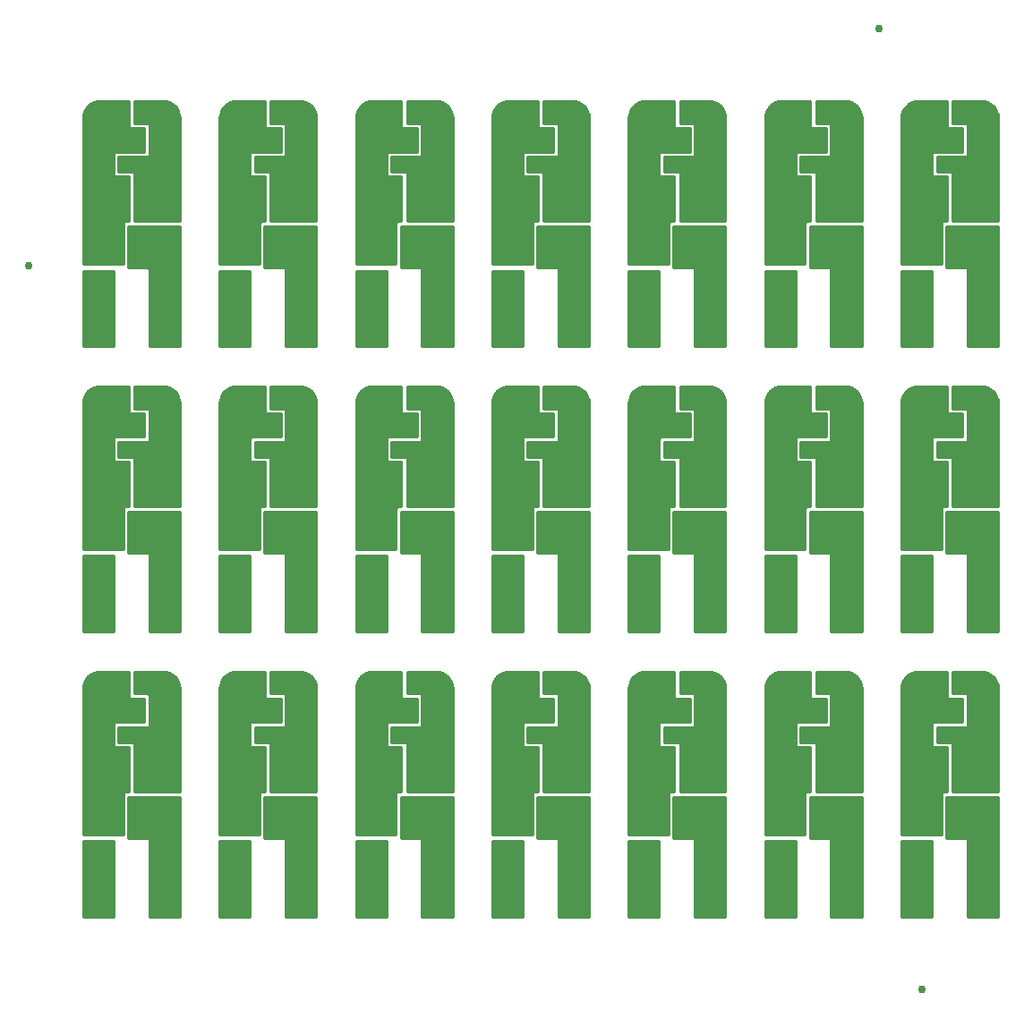
<source format=gbr>
G04 #@! TF.GenerationSoftware,KiCad,Pcbnew,(5.1.5)-3*
G04 #@! TF.CreationDate,2020-06-10T08:11:37+03:00*
G04 #@! TF.ProjectId,noname,6e6f6e61-6d65-42e6-9b69-6361645f7063,rev?*
G04 #@! TF.SameCoordinates,Original*
G04 #@! TF.FileFunction,Copper,L2,Bot*
G04 #@! TF.FilePolarity,Positive*
%FSLAX46Y46*%
G04 Gerber Fmt 4.6, Leading zero omitted, Abs format (unit mm)*
G04 Created by KiCad (PCBNEW (5.1.5)-3) date 2020-06-10 08:11:37*
%MOMM*%
%LPD*%
G04 APERTURE LIST*
%ADD10R,2.400000X1.500000*%
%ADD11R,1.050000X1.500000*%
%ADD12R,2.200000X1.250000*%
%ADD13R,2.200000X2.200000*%
%ADD14C,0.750000*%
%ADD15C,0.800000*%
%ADD16C,0.254000*%
G04 APERTURE END LIST*
D10*
X148700000Y-117400000D03*
D11*
X146325000Y-117400000D03*
D10*
X110000000Y-117400000D03*
D11*
X107625000Y-117400000D03*
D10*
X135800000Y-117400000D03*
D11*
X133425000Y-117400000D03*
D10*
X174500000Y-117400000D03*
D11*
X172125000Y-117400000D03*
D10*
X161600000Y-117400000D03*
D11*
X159225000Y-117400000D03*
D10*
X122900000Y-117400000D03*
D11*
X120525000Y-117400000D03*
D12*
X134950000Y-109775000D03*
D13*
X134950000Y-107500000D03*
D12*
X122050000Y-109775000D03*
D13*
X122050000Y-107500000D03*
D12*
X109150000Y-109775000D03*
D13*
X109150000Y-107500000D03*
D12*
X173650000Y-109775000D03*
D13*
X173650000Y-107500000D03*
D12*
X147850000Y-109775000D03*
D13*
X147850000Y-107500000D03*
D12*
X160750000Y-109775000D03*
D13*
X160750000Y-107500000D03*
X96250000Y-107500000D03*
D12*
X96250000Y-109775000D03*
D11*
X94725000Y-117400000D03*
D10*
X97100000Y-117400000D03*
D11*
X107625000Y-90400000D03*
D10*
X110000000Y-90400000D03*
D11*
X146325000Y-90400000D03*
D10*
X148700000Y-90400000D03*
D11*
X133425000Y-90400000D03*
D10*
X135800000Y-90400000D03*
D11*
X172125000Y-90400000D03*
D10*
X174500000Y-90400000D03*
D11*
X159225000Y-90400000D03*
D10*
X161600000Y-90400000D03*
D11*
X120525000Y-90400000D03*
D10*
X122900000Y-90400000D03*
D13*
X122050000Y-80500000D03*
D12*
X122050000Y-82775000D03*
D13*
X109150000Y-80500000D03*
D12*
X109150000Y-82775000D03*
D13*
X173650000Y-80500000D03*
D12*
X173650000Y-82775000D03*
D13*
X160750000Y-80500000D03*
D12*
X160750000Y-82775000D03*
D13*
X147850000Y-80500000D03*
D12*
X147850000Y-82775000D03*
D13*
X134950000Y-80500000D03*
D12*
X134950000Y-82775000D03*
D10*
X97100000Y-90400000D03*
D11*
X94725000Y-90400000D03*
D12*
X96250000Y-82775000D03*
D13*
X96250000Y-80500000D03*
D10*
X174500000Y-63400000D03*
D11*
X172125000Y-63400000D03*
D10*
X161600000Y-63400000D03*
D11*
X159225000Y-63400000D03*
D10*
X148700000Y-63400000D03*
D11*
X146325000Y-63400000D03*
D10*
X135800000Y-63400000D03*
D11*
X133425000Y-63400000D03*
D10*
X122900000Y-63400000D03*
D11*
X120525000Y-63400000D03*
D10*
X110000000Y-63400000D03*
D11*
X107625000Y-63400000D03*
D12*
X173650000Y-55775000D03*
D13*
X173650000Y-53500000D03*
D12*
X160750000Y-55775000D03*
D13*
X160750000Y-53500000D03*
D12*
X147850000Y-55775000D03*
D13*
X147850000Y-53500000D03*
D12*
X134950000Y-55775000D03*
D13*
X134950000Y-53500000D03*
D12*
X122050000Y-55775000D03*
D13*
X122050000Y-53500000D03*
D12*
X109150000Y-55775000D03*
D13*
X109150000Y-53500000D03*
D14*
X171000000Y-133900000D03*
X86500000Y-65400000D03*
X167000000Y-42900000D03*
D13*
X96250000Y-53500000D03*
D12*
X96250000Y-55775000D03*
D11*
X94725000Y-63400000D03*
D10*
X97100000Y-63400000D03*
D15*
X93100000Y-72400000D03*
X93100000Y-71400000D03*
X93100000Y-70400000D03*
X93100000Y-69400000D03*
X93100000Y-68400000D03*
X93100000Y-67400000D03*
X93100000Y-66400000D03*
X106000000Y-68400000D03*
X118900000Y-68400000D03*
X131800000Y-68400000D03*
X144700000Y-68400000D03*
X157600000Y-68400000D03*
X170500000Y-68400000D03*
X106000000Y-70400000D03*
X118900000Y-70400000D03*
X131800000Y-70400000D03*
X144700000Y-70400000D03*
X157600000Y-70400000D03*
X170500000Y-70400000D03*
X106000000Y-71400000D03*
X118900000Y-71400000D03*
X131800000Y-71400000D03*
X144700000Y-71400000D03*
X157600000Y-71400000D03*
X170500000Y-71400000D03*
X106000000Y-66400000D03*
X118900000Y-66400000D03*
X131800000Y-66400000D03*
X144700000Y-66400000D03*
X157600000Y-66400000D03*
X170500000Y-66400000D03*
X106000000Y-72400000D03*
X118900000Y-72400000D03*
X131800000Y-72400000D03*
X144700000Y-72400000D03*
X157600000Y-72400000D03*
X170500000Y-72400000D03*
X106000000Y-69400000D03*
X118900000Y-69400000D03*
X131800000Y-69400000D03*
X144700000Y-69400000D03*
X157600000Y-69400000D03*
X170500000Y-69400000D03*
X106000000Y-67400000D03*
X118900000Y-67400000D03*
X131800000Y-67400000D03*
X144700000Y-67400000D03*
X157600000Y-67400000D03*
X170500000Y-67400000D03*
X93100000Y-95400000D03*
X93100000Y-97400000D03*
X93100000Y-98400000D03*
X93100000Y-93400000D03*
X93100000Y-99400000D03*
X93100000Y-96400000D03*
X93100000Y-94400000D03*
X170500000Y-98400000D03*
X144700000Y-98400000D03*
X131800000Y-98400000D03*
X106000000Y-98400000D03*
X157600000Y-98400000D03*
X118900000Y-98400000D03*
X157600000Y-99400000D03*
X118900000Y-99400000D03*
X106000000Y-99400000D03*
X106000000Y-93400000D03*
X118900000Y-93400000D03*
X131800000Y-93400000D03*
X144700000Y-93400000D03*
X131800000Y-99400000D03*
X144700000Y-99400000D03*
X170500000Y-99400000D03*
X170500000Y-93400000D03*
X157600000Y-93400000D03*
X170500000Y-95400000D03*
X144700000Y-95400000D03*
X157600000Y-95400000D03*
X157600000Y-97400000D03*
X144700000Y-97400000D03*
X170500000Y-97400000D03*
X131800000Y-97400000D03*
X106000000Y-94400000D03*
X157600000Y-94400000D03*
X131800000Y-94400000D03*
X144700000Y-94400000D03*
X170500000Y-94400000D03*
X118900000Y-94400000D03*
X144700000Y-96400000D03*
X106000000Y-96400000D03*
X118900000Y-96400000D03*
X131800000Y-96400000D03*
X170500000Y-96400000D03*
X157600000Y-96400000D03*
X131800000Y-95400000D03*
X106000000Y-95400000D03*
X118900000Y-95400000D03*
X106000000Y-97400000D03*
X118900000Y-97400000D03*
X106000000Y-125400000D03*
X157600000Y-125400000D03*
X118900000Y-125400000D03*
X131800000Y-125400000D03*
X157600000Y-123400000D03*
X106000000Y-122400000D03*
X106000000Y-123400000D03*
X118900000Y-122400000D03*
X118900000Y-121400000D03*
X144700000Y-123400000D03*
X170500000Y-123400000D03*
X131800000Y-122400000D03*
X118900000Y-123400000D03*
X131800000Y-123400000D03*
X170500000Y-122400000D03*
X157600000Y-121400000D03*
X157600000Y-122400000D03*
X131800000Y-124400000D03*
X144700000Y-121400000D03*
X170500000Y-121400000D03*
X157600000Y-124400000D03*
X144700000Y-124400000D03*
X170500000Y-124400000D03*
X131800000Y-121400000D03*
X144700000Y-122400000D03*
X106000000Y-121400000D03*
X106000000Y-126400000D03*
X106000000Y-120400000D03*
X131800000Y-120400000D03*
X144700000Y-120400000D03*
X144700000Y-126400000D03*
X157600000Y-126400000D03*
X118900000Y-120400000D03*
X118900000Y-126400000D03*
X131800000Y-126400000D03*
X170500000Y-120400000D03*
X157600000Y-120400000D03*
X170500000Y-126400000D03*
X118900000Y-124400000D03*
X106000000Y-124400000D03*
X93100000Y-125400000D03*
X93100000Y-124400000D03*
X93100000Y-121400000D03*
X93100000Y-120400000D03*
X93100000Y-122400000D03*
X93100000Y-126400000D03*
X170500000Y-125400000D03*
X93100000Y-123400000D03*
X144700000Y-125400000D03*
X99400000Y-72400000D03*
X99400000Y-71400000D03*
X99400000Y-70400000D03*
X99400000Y-69400000D03*
X99400000Y-68400000D03*
X99400000Y-67400000D03*
X99400000Y-66400000D03*
X99400000Y-64300000D03*
X99400000Y-63400000D03*
X99400000Y-62400000D03*
X112300000Y-70400000D03*
X125200000Y-70400000D03*
X138100000Y-70400000D03*
X151000000Y-70400000D03*
X163900000Y-70400000D03*
X176800000Y-70400000D03*
X112300000Y-69400000D03*
X125200000Y-69400000D03*
X138100000Y-69400000D03*
X151000000Y-69400000D03*
X163900000Y-69400000D03*
X176800000Y-69400000D03*
X112300000Y-68400000D03*
X125200000Y-68400000D03*
X138100000Y-68400000D03*
X151000000Y-68400000D03*
X163900000Y-68400000D03*
X176800000Y-68400000D03*
X112300000Y-66400000D03*
X125200000Y-66400000D03*
X138100000Y-66400000D03*
X151000000Y-66400000D03*
X163900000Y-66400000D03*
X176800000Y-66400000D03*
X112300000Y-63400000D03*
X125200000Y-63400000D03*
X138100000Y-63400000D03*
X151000000Y-63400000D03*
X163900000Y-63400000D03*
X176800000Y-63400000D03*
X112300000Y-72400000D03*
X125200000Y-72400000D03*
X138100000Y-72400000D03*
X151000000Y-72400000D03*
X163900000Y-72400000D03*
X176800000Y-72400000D03*
X112300000Y-71400000D03*
X125200000Y-71400000D03*
X138100000Y-71400000D03*
X151000000Y-71400000D03*
X163900000Y-71400000D03*
X176800000Y-71400000D03*
X112300000Y-64300000D03*
X125200000Y-64300000D03*
X138100000Y-64300000D03*
X151000000Y-64300000D03*
X163900000Y-64300000D03*
X176800000Y-64300000D03*
X112300000Y-67400000D03*
X125200000Y-67400000D03*
X138100000Y-67400000D03*
X151000000Y-67400000D03*
X163900000Y-67400000D03*
X176800000Y-67400000D03*
X112300000Y-62400000D03*
X125200000Y-62400000D03*
X138100000Y-62400000D03*
X151000000Y-62400000D03*
X163900000Y-62400000D03*
X176800000Y-62400000D03*
X99400000Y-97400000D03*
X99400000Y-96400000D03*
X99400000Y-95400000D03*
X99400000Y-93400000D03*
X99400000Y-90400000D03*
X99400000Y-99400000D03*
X99400000Y-98400000D03*
X99400000Y-91300000D03*
X99400000Y-94400000D03*
X99400000Y-89400000D03*
X112300000Y-91300000D03*
X163900000Y-91300000D03*
X176800000Y-91300000D03*
X138100000Y-91300000D03*
X125200000Y-91300000D03*
X151000000Y-91300000D03*
X112300000Y-98400000D03*
X125200000Y-98400000D03*
X176800000Y-98400000D03*
X138100000Y-98400000D03*
X151000000Y-98400000D03*
X163900000Y-98400000D03*
X112300000Y-96400000D03*
X176800000Y-96400000D03*
X125200000Y-96400000D03*
X151000000Y-96400000D03*
X138100000Y-96400000D03*
X163900000Y-96400000D03*
X138100000Y-95400000D03*
X112300000Y-95400000D03*
X151000000Y-95400000D03*
X112300000Y-93400000D03*
X138100000Y-93400000D03*
X176800000Y-93400000D03*
X176800000Y-95400000D03*
X151000000Y-93400000D03*
X163900000Y-93400000D03*
X125200000Y-95400000D03*
X163900000Y-95400000D03*
X125200000Y-93400000D03*
X176800000Y-99400000D03*
X125200000Y-99400000D03*
X112300000Y-99400000D03*
X138100000Y-99400000D03*
X151000000Y-99400000D03*
X163900000Y-99400000D03*
X151000000Y-89400000D03*
X163900000Y-89400000D03*
X125200000Y-89400000D03*
X176800000Y-89400000D03*
X138100000Y-89400000D03*
X112300000Y-89400000D03*
X112300000Y-94400000D03*
X163900000Y-94400000D03*
X138100000Y-94400000D03*
X176800000Y-94400000D03*
X151000000Y-94400000D03*
X125200000Y-94400000D03*
X112300000Y-97400000D03*
X138100000Y-97400000D03*
X176800000Y-97400000D03*
X163900000Y-97400000D03*
X125200000Y-97400000D03*
X151000000Y-97400000D03*
X151000000Y-90400000D03*
X112300000Y-90400000D03*
X163900000Y-90400000D03*
X125200000Y-90400000D03*
X138100000Y-90400000D03*
X176800000Y-90400000D03*
X138100000Y-125400000D03*
X151000000Y-125400000D03*
X163900000Y-125400000D03*
X112300000Y-121400000D03*
X125200000Y-121400000D03*
X125200000Y-116400000D03*
X176800000Y-121400000D03*
X176800000Y-124400000D03*
X176800000Y-116400000D03*
X112300000Y-124400000D03*
X112300000Y-116400000D03*
X125200000Y-124400000D03*
X138100000Y-121400000D03*
X163900000Y-124400000D03*
X163900000Y-121400000D03*
X138100000Y-124400000D03*
X151000000Y-124400000D03*
X151000000Y-121400000D03*
X138100000Y-116400000D03*
X163900000Y-116400000D03*
X151000000Y-122400000D03*
X125200000Y-126400000D03*
X138100000Y-123400000D03*
X125200000Y-120400000D03*
X176800000Y-123400000D03*
X163900000Y-122400000D03*
X138100000Y-126400000D03*
X112300000Y-126400000D03*
X151000000Y-116400000D03*
X163900000Y-123400000D03*
X112300000Y-123400000D03*
X125200000Y-123400000D03*
X163900000Y-126400000D03*
X163900000Y-120400000D03*
X112300000Y-120400000D03*
X151000000Y-120400000D03*
X138100000Y-120400000D03*
X176800000Y-120400000D03*
X138100000Y-122400000D03*
X125200000Y-122400000D03*
X151000000Y-123400000D03*
X112300000Y-122400000D03*
X176800000Y-122400000D03*
X176800000Y-126400000D03*
X151000000Y-126400000D03*
X112300000Y-117400000D03*
X151000000Y-117400000D03*
X138100000Y-117400000D03*
X125200000Y-117400000D03*
X176800000Y-117400000D03*
X163900000Y-117400000D03*
X99400000Y-117400000D03*
X99400000Y-121400000D03*
X99400000Y-125400000D03*
X99400000Y-118300000D03*
X163900000Y-118300000D03*
X176800000Y-118300000D03*
X138100000Y-118300000D03*
X151000000Y-118300000D03*
X99400000Y-123400000D03*
X99400000Y-122400000D03*
X99400000Y-126400000D03*
X99400000Y-124400000D03*
X99400000Y-116400000D03*
X125200000Y-118300000D03*
X99400000Y-120400000D03*
X112300000Y-118300000D03*
X112300000Y-125400000D03*
X125200000Y-125400000D03*
X176800000Y-125400000D03*
X98400000Y-55400000D03*
X99400000Y-55400000D03*
X100400000Y-55400000D03*
X100400000Y-54400000D03*
X99400000Y-54400000D03*
X98400000Y-54400000D03*
X98400000Y-53400000D03*
X99400000Y-53400000D03*
X100400000Y-53400000D03*
X112300000Y-55400000D03*
X125200000Y-55400000D03*
X138100000Y-55400000D03*
X151000000Y-55400000D03*
X163900000Y-55400000D03*
X176800000Y-55400000D03*
X112300000Y-54400000D03*
X125200000Y-54400000D03*
X138100000Y-54400000D03*
X151000000Y-54400000D03*
X163900000Y-54400000D03*
X176800000Y-54400000D03*
X111300000Y-55400000D03*
X124200000Y-55400000D03*
X137100000Y-55400000D03*
X150000000Y-55400000D03*
X162900000Y-55400000D03*
X175800000Y-55400000D03*
X113300000Y-54400000D03*
X126200000Y-54400000D03*
X139100000Y-54400000D03*
X152000000Y-54400000D03*
X164900000Y-54400000D03*
X177800000Y-54400000D03*
X113300000Y-55400000D03*
X126200000Y-55400000D03*
X139100000Y-55400000D03*
X152000000Y-55400000D03*
X164900000Y-55400000D03*
X177800000Y-55400000D03*
X111300000Y-54400000D03*
X124200000Y-54400000D03*
X137100000Y-54400000D03*
X150000000Y-54400000D03*
X162900000Y-54400000D03*
X175800000Y-54400000D03*
X112300000Y-53400000D03*
X125200000Y-53400000D03*
X138100000Y-53400000D03*
X151000000Y-53400000D03*
X163900000Y-53400000D03*
X176800000Y-53400000D03*
X113300000Y-53400000D03*
X126200000Y-53400000D03*
X139100000Y-53400000D03*
X152000000Y-53400000D03*
X164900000Y-53400000D03*
X177800000Y-53400000D03*
X111300000Y-53400000D03*
X124200000Y-53400000D03*
X137100000Y-53400000D03*
X150000000Y-53400000D03*
X162900000Y-53400000D03*
X175800000Y-53400000D03*
X99400000Y-82400000D03*
X99400000Y-81400000D03*
X98400000Y-82400000D03*
X100400000Y-81400000D03*
X100400000Y-82400000D03*
X98400000Y-81400000D03*
X137100000Y-82400000D03*
X124200000Y-82400000D03*
X162900000Y-82400000D03*
X150000000Y-82400000D03*
X175800000Y-82400000D03*
X113300000Y-81400000D03*
X139100000Y-81400000D03*
X152000000Y-81400000D03*
X164900000Y-81400000D03*
X111300000Y-82400000D03*
X126200000Y-81400000D03*
X99400000Y-80400000D03*
X100400000Y-80400000D03*
X98400000Y-80400000D03*
X177800000Y-81400000D03*
X112300000Y-81400000D03*
X125200000Y-81400000D03*
X138100000Y-81400000D03*
X163900000Y-81400000D03*
X176800000Y-81400000D03*
X151000000Y-81400000D03*
X152000000Y-82400000D03*
X113300000Y-82400000D03*
X177800000Y-82400000D03*
X126200000Y-82400000D03*
X139100000Y-82400000D03*
X164900000Y-82400000D03*
X162900000Y-81400000D03*
X175800000Y-81400000D03*
X112300000Y-80400000D03*
X137100000Y-81400000D03*
X111300000Y-81400000D03*
X150000000Y-81400000D03*
X124200000Y-81400000D03*
X111300000Y-80400000D03*
X124200000Y-80400000D03*
X137100000Y-80400000D03*
X150000000Y-80400000D03*
X162900000Y-80400000D03*
X175800000Y-80400000D03*
X138100000Y-80400000D03*
X126200000Y-80400000D03*
X176800000Y-80400000D03*
X152000000Y-80400000D03*
X125200000Y-80400000D03*
X163900000Y-80400000D03*
X113300000Y-80400000D03*
X164900000Y-80400000D03*
X177800000Y-80400000D03*
X139100000Y-80400000D03*
X151000000Y-80400000D03*
X151000000Y-82400000D03*
X163900000Y-82400000D03*
X138100000Y-82400000D03*
X125200000Y-82400000D03*
X112300000Y-82400000D03*
X176800000Y-82400000D03*
X111300000Y-108400000D03*
X138100000Y-107400000D03*
X126200000Y-107400000D03*
X152000000Y-107400000D03*
X124200000Y-108400000D03*
X137100000Y-107400000D03*
X175800000Y-107400000D03*
X139100000Y-109400000D03*
X112300000Y-107400000D03*
X175800000Y-108400000D03*
X111300000Y-107400000D03*
X176800000Y-107400000D03*
X113300000Y-109400000D03*
X150000000Y-108400000D03*
X125200000Y-107400000D03*
X126200000Y-109400000D03*
X164900000Y-109400000D03*
X162900000Y-108400000D03*
X137100000Y-108400000D03*
X124200000Y-107400000D03*
X162900000Y-107400000D03*
X177800000Y-109400000D03*
X150000000Y-107400000D03*
X163900000Y-108400000D03*
X176800000Y-108400000D03*
X138100000Y-108400000D03*
X125200000Y-108400000D03*
X151000000Y-108400000D03*
X152000000Y-109400000D03*
X112300000Y-108400000D03*
X177800000Y-108400000D03*
X99400000Y-107400000D03*
X100400000Y-107400000D03*
X98400000Y-107400000D03*
X151000000Y-109400000D03*
X163900000Y-109400000D03*
X177800000Y-107400000D03*
X151000000Y-107400000D03*
X138100000Y-109400000D03*
X176800000Y-109400000D03*
X163900000Y-107400000D03*
X139100000Y-107400000D03*
X113300000Y-107400000D03*
X125200000Y-109400000D03*
X112300000Y-109400000D03*
X164900000Y-107400000D03*
X100400000Y-109400000D03*
X100400000Y-108400000D03*
X99400000Y-109400000D03*
X98400000Y-109400000D03*
X137100000Y-109400000D03*
X124200000Y-109400000D03*
X99400000Y-108400000D03*
X175800000Y-109400000D03*
X113300000Y-108400000D03*
X139100000Y-108400000D03*
X152000000Y-108400000D03*
X164900000Y-108400000D03*
X162900000Y-109400000D03*
X150000000Y-109400000D03*
X111300000Y-109400000D03*
X126200000Y-108400000D03*
X98400000Y-108400000D03*
D16*
G36*
X94573000Y-73023000D02*
G01*
X91677000Y-73023000D01*
X91677000Y-65832278D01*
X94573000Y-65832278D01*
X94573000Y-73023000D01*
G37*
X94573000Y-73023000D02*
X91677000Y-73023000D01*
X91677000Y-65832278D01*
X94573000Y-65832278D01*
X94573000Y-73023000D01*
G36*
X100823000Y-73023000D02*
G01*
X97927000Y-73023000D01*
X97927000Y-65700000D01*
X97924560Y-65675224D01*
X97917333Y-65651399D01*
X97905597Y-65629443D01*
X97889803Y-65610197D01*
X97870557Y-65594403D01*
X97848601Y-65582667D01*
X97824776Y-65575440D01*
X97800000Y-65573000D01*
X95927000Y-65573000D01*
X95927000Y-61627000D01*
X100823001Y-61627000D01*
X100823000Y-73023000D01*
G37*
X100823000Y-73023000D02*
X97927000Y-73023000D01*
X97927000Y-65700000D01*
X97924560Y-65675224D01*
X97917333Y-65651399D01*
X97905597Y-65629443D01*
X97889803Y-65610197D01*
X97870557Y-65594403D01*
X97848601Y-65582667D01*
X97824776Y-65575440D01*
X97800000Y-65573000D01*
X95927000Y-65573000D01*
X95927000Y-61627000D01*
X100823001Y-61627000D01*
X100823000Y-73023000D01*
G36*
X99514891Y-49809684D02*
G01*
X99817787Y-49901133D01*
X100097155Y-50049676D01*
X100342348Y-50249651D01*
X100544027Y-50493438D01*
X100694517Y-50771764D01*
X100788079Y-51074013D01*
X100823001Y-51406273D01*
X100823001Y-61173000D01*
X96527000Y-61173000D01*
X96527000Y-56600000D01*
X96524560Y-56575224D01*
X96517333Y-56551399D01*
X96505597Y-56529443D01*
X96489803Y-56510197D01*
X96470557Y-56494403D01*
X96448601Y-56482667D01*
X96424776Y-56475440D01*
X96400000Y-56473000D01*
X95027000Y-56473000D01*
X95027000Y-55027000D01*
X97800000Y-55027000D01*
X97824776Y-55024560D01*
X97848601Y-55017333D01*
X97870557Y-55005597D01*
X97889803Y-54989803D01*
X97905597Y-54970557D01*
X97917333Y-54948601D01*
X97924560Y-54924776D01*
X97927000Y-54900000D01*
X97927000Y-52000000D01*
X97924560Y-51975224D01*
X97917333Y-51951399D01*
X97905597Y-51929443D01*
X97889803Y-51910197D01*
X97870557Y-51894403D01*
X97848601Y-51882667D01*
X97824776Y-51875440D01*
X97800000Y-51873000D01*
X96527000Y-51873000D01*
X96527000Y-49777000D01*
X99181558Y-49777000D01*
X99514891Y-49809684D01*
G37*
X99514891Y-49809684D02*
X99817787Y-49901133D01*
X100097155Y-50049676D01*
X100342348Y-50249651D01*
X100544027Y-50493438D01*
X100694517Y-50771764D01*
X100788079Y-51074013D01*
X100823001Y-51406273D01*
X100823001Y-61173000D01*
X96527000Y-61173000D01*
X96527000Y-56600000D01*
X96524560Y-56575224D01*
X96517333Y-56551399D01*
X96505597Y-56529443D01*
X96489803Y-56510197D01*
X96470557Y-56494403D01*
X96448601Y-56482667D01*
X96424776Y-56475440D01*
X96400000Y-56473000D01*
X95027000Y-56473000D01*
X95027000Y-55027000D01*
X97800000Y-55027000D01*
X97824776Y-55024560D01*
X97848601Y-55017333D01*
X97870557Y-55005597D01*
X97889803Y-54989803D01*
X97905597Y-54970557D01*
X97917333Y-54948601D01*
X97924560Y-54924776D01*
X97927000Y-54900000D01*
X97927000Y-52000000D01*
X97924560Y-51975224D01*
X97917333Y-51951399D01*
X97905597Y-51929443D01*
X97889803Y-51910197D01*
X97870557Y-51894403D01*
X97848601Y-51882667D01*
X97824776Y-51875440D01*
X97800000Y-51873000D01*
X96527000Y-51873000D01*
X96527000Y-49777000D01*
X99181558Y-49777000D01*
X99514891Y-49809684D01*
G36*
X95973000Y-52200000D02*
G01*
X95975440Y-52224776D01*
X95982667Y-52248601D01*
X95994403Y-52270557D01*
X96010197Y-52289803D01*
X96029443Y-52305597D01*
X96051399Y-52317333D01*
X96075224Y-52324560D01*
X96100000Y-52327000D01*
X97473000Y-52327000D01*
X97473000Y-54573000D01*
X94700000Y-54573000D01*
X94675224Y-54575440D01*
X94651399Y-54582667D01*
X94629443Y-54594403D01*
X94610197Y-54610197D01*
X94594403Y-54629443D01*
X94582667Y-54651399D01*
X94575440Y-54675224D01*
X94573000Y-54700000D01*
X94573000Y-56800000D01*
X94575440Y-56824776D01*
X94582667Y-56848601D01*
X94594403Y-56870557D01*
X94610197Y-56889803D01*
X94629443Y-56905597D01*
X94651399Y-56917333D01*
X94675224Y-56924560D01*
X94700000Y-56927000D01*
X95973000Y-56927000D01*
X95973000Y-61173000D01*
X95600000Y-61173000D01*
X95575224Y-61175440D01*
X95551399Y-61182667D01*
X95529443Y-61194403D01*
X95510197Y-61210197D01*
X95494403Y-61229443D01*
X95482667Y-61251399D01*
X95475440Y-61275224D01*
X95473000Y-61300000D01*
X95473000Y-65173000D01*
X91677000Y-65173000D01*
X91677000Y-51418442D01*
X91709684Y-51085109D01*
X91801133Y-50782213D01*
X91949676Y-50502845D01*
X92149651Y-50257652D01*
X92393438Y-50055973D01*
X92671764Y-49905483D01*
X92974013Y-49811921D01*
X93306263Y-49777000D01*
X95973000Y-49777000D01*
X95973000Y-52200000D01*
G37*
X95973000Y-52200000D02*
X95975440Y-52224776D01*
X95982667Y-52248601D01*
X95994403Y-52270557D01*
X96010197Y-52289803D01*
X96029443Y-52305597D01*
X96051399Y-52317333D01*
X96075224Y-52324560D01*
X96100000Y-52327000D01*
X97473000Y-52327000D01*
X97473000Y-54573000D01*
X94700000Y-54573000D01*
X94675224Y-54575440D01*
X94651399Y-54582667D01*
X94629443Y-54594403D01*
X94610197Y-54610197D01*
X94594403Y-54629443D01*
X94582667Y-54651399D01*
X94575440Y-54675224D01*
X94573000Y-54700000D01*
X94573000Y-56800000D01*
X94575440Y-56824776D01*
X94582667Y-56848601D01*
X94594403Y-56870557D01*
X94610197Y-56889803D01*
X94629443Y-56905597D01*
X94651399Y-56917333D01*
X94675224Y-56924560D01*
X94700000Y-56927000D01*
X95973000Y-56927000D01*
X95973000Y-61173000D01*
X95600000Y-61173000D01*
X95575224Y-61175440D01*
X95551399Y-61182667D01*
X95529443Y-61194403D01*
X95510197Y-61210197D01*
X95494403Y-61229443D01*
X95482667Y-61251399D01*
X95475440Y-61275224D01*
X95473000Y-61300000D01*
X95473000Y-65173000D01*
X91677000Y-65173000D01*
X91677000Y-51418442D01*
X91709684Y-51085109D01*
X91801133Y-50782213D01*
X91949676Y-50502845D01*
X92149651Y-50257652D01*
X92393438Y-50055973D01*
X92671764Y-49905483D01*
X92974013Y-49811921D01*
X93306263Y-49777000D01*
X95973000Y-49777000D01*
X95973000Y-52200000D01*
G36*
X107473000Y-73023000D02*
G01*
X104577000Y-73023000D01*
X104577000Y-65832278D01*
X107473000Y-65832278D01*
X107473000Y-73023000D01*
G37*
X107473000Y-73023000D02*
X104577000Y-73023000D01*
X104577000Y-65832278D01*
X107473000Y-65832278D01*
X107473000Y-73023000D01*
G36*
X120373000Y-73023000D02*
G01*
X117477000Y-73023000D01*
X117477000Y-65832278D01*
X120373000Y-65832278D01*
X120373000Y-73023000D01*
G37*
X120373000Y-73023000D02*
X117477000Y-73023000D01*
X117477000Y-65832278D01*
X120373000Y-65832278D01*
X120373000Y-73023000D01*
G36*
X133273000Y-73023000D02*
G01*
X130377000Y-73023000D01*
X130377000Y-65832278D01*
X133273000Y-65832278D01*
X133273000Y-73023000D01*
G37*
X133273000Y-73023000D02*
X130377000Y-73023000D01*
X130377000Y-65832278D01*
X133273000Y-65832278D01*
X133273000Y-73023000D01*
G36*
X146173000Y-73023000D02*
G01*
X143277000Y-73023000D01*
X143277000Y-65832278D01*
X146173000Y-65832278D01*
X146173000Y-73023000D01*
G37*
X146173000Y-73023000D02*
X143277000Y-73023000D01*
X143277000Y-65832278D01*
X146173000Y-65832278D01*
X146173000Y-73023000D01*
G36*
X159073000Y-73023000D02*
G01*
X156177000Y-73023000D01*
X156177000Y-65832278D01*
X159073000Y-65832278D01*
X159073000Y-73023000D01*
G37*
X159073000Y-73023000D02*
X156177000Y-73023000D01*
X156177000Y-65832278D01*
X159073000Y-65832278D01*
X159073000Y-73023000D01*
G36*
X171973000Y-73023000D02*
G01*
X169077000Y-73023000D01*
X169077000Y-65832278D01*
X171973000Y-65832278D01*
X171973000Y-73023000D01*
G37*
X171973000Y-73023000D02*
X169077000Y-73023000D01*
X169077000Y-65832278D01*
X171973000Y-65832278D01*
X171973000Y-73023000D01*
G36*
X113723000Y-73023000D02*
G01*
X110827000Y-73023000D01*
X110827000Y-65700000D01*
X110824560Y-65675224D01*
X110817333Y-65651399D01*
X110805597Y-65629443D01*
X110789803Y-65610197D01*
X110770557Y-65594403D01*
X110748601Y-65582667D01*
X110724776Y-65575440D01*
X110700000Y-65573000D01*
X108827000Y-65573000D01*
X108827000Y-61627000D01*
X113723001Y-61627000D01*
X113723000Y-73023000D01*
G37*
X113723000Y-73023000D02*
X110827000Y-73023000D01*
X110827000Y-65700000D01*
X110824560Y-65675224D01*
X110817333Y-65651399D01*
X110805597Y-65629443D01*
X110789803Y-65610197D01*
X110770557Y-65594403D01*
X110748601Y-65582667D01*
X110724776Y-65575440D01*
X110700000Y-65573000D01*
X108827000Y-65573000D01*
X108827000Y-61627000D01*
X113723001Y-61627000D01*
X113723000Y-73023000D01*
G36*
X126623000Y-73023000D02*
G01*
X123727000Y-73023000D01*
X123727000Y-65700000D01*
X123724560Y-65675224D01*
X123717333Y-65651399D01*
X123705597Y-65629443D01*
X123689803Y-65610197D01*
X123670557Y-65594403D01*
X123648601Y-65582667D01*
X123624776Y-65575440D01*
X123600000Y-65573000D01*
X121727000Y-65573000D01*
X121727000Y-61627000D01*
X126623001Y-61627000D01*
X126623000Y-73023000D01*
G37*
X126623000Y-73023000D02*
X123727000Y-73023000D01*
X123727000Y-65700000D01*
X123724560Y-65675224D01*
X123717333Y-65651399D01*
X123705597Y-65629443D01*
X123689803Y-65610197D01*
X123670557Y-65594403D01*
X123648601Y-65582667D01*
X123624776Y-65575440D01*
X123600000Y-65573000D01*
X121727000Y-65573000D01*
X121727000Y-61627000D01*
X126623001Y-61627000D01*
X126623000Y-73023000D01*
G36*
X139523000Y-73023000D02*
G01*
X136627000Y-73023000D01*
X136627000Y-65700000D01*
X136624560Y-65675224D01*
X136617333Y-65651399D01*
X136605597Y-65629443D01*
X136589803Y-65610197D01*
X136570557Y-65594403D01*
X136548601Y-65582667D01*
X136524776Y-65575440D01*
X136500000Y-65573000D01*
X134627000Y-65573000D01*
X134627000Y-61627000D01*
X139523001Y-61627000D01*
X139523000Y-73023000D01*
G37*
X139523000Y-73023000D02*
X136627000Y-73023000D01*
X136627000Y-65700000D01*
X136624560Y-65675224D01*
X136617333Y-65651399D01*
X136605597Y-65629443D01*
X136589803Y-65610197D01*
X136570557Y-65594403D01*
X136548601Y-65582667D01*
X136524776Y-65575440D01*
X136500000Y-65573000D01*
X134627000Y-65573000D01*
X134627000Y-61627000D01*
X139523001Y-61627000D01*
X139523000Y-73023000D01*
G36*
X152423000Y-73023000D02*
G01*
X149527000Y-73023000D01*
X149527000Y-65700000D01*
X149524560Y-65675224D01*
X149517333Y-65651399D01*
X149505597Y-65629443D01*
X149489803Y-65610197D01*
X149470557Y-65594403D01*
X149448601Y-65582667D01*
X149424776Y-65575440D01*
X149400000Y-65573000D01*
X147527000Y-65573000D01*
X147527000Y-61627000D01*
X152423001Y-61627000D01*
X152423000Y-73023000D01*
G37*
X152423000Y-73023000D02*
X149527000Y-73023000D01*
X149527000Y-65700000D01*
X149524560Y-65675224D01*
X149517333Y-65651399D01*
X149505597Y-65629443D01*
X149489803Y-65610197D01*
X149470557Y-65594403D01*
X149448601Y-65582667D01*
X149424776Y-65575440D01*
X149400000Y-65573000D01*
X147527000Y-65573000D01*
X147527000Y-61627000D01*
X152423001Y-61627000D01*
X152423000Y-73023000D01*
G36*
X165323000Y-73023000D02*
G01*
X162427000Y-73023000D01*
X162427000Y-65700000D01*
X162424560Y-65675224D01*
X162417333Y-65651399D01*
X162405597Y-65629443D01*
X162389803Y-65610197D01*
X162370557Y-65594403D01*
X162348601Y-65582667D01*
X162324776Y-65575440D01*
X162300000Y-65573000D01*
X160427000Y-65573000D01*
X160427000Y-61627000D01*
X165323001Y-61627000D01*
X165323000Y-73023000D01*
G37*
X165323000Y-73023000D02*
X162427000Y-73023000D01*
X162427000Y-65700000D01*
X162424560Y-65675224D01*
X162417333Y-65651399D01*
X162405597Y-65629443D01*
X162389803Y-65610197D01*
X162370557Y-65594403D01*
X162348601Y-65582667D01*
X162324776Y-65575440D01*
X162300000Y-65573000D01*
X160427000Y-65573000D01*
X160427000Y-61627000D01*
X165323001Y-61627000D01*
X165323000Y-73023000D01*
G36*
X178223000Y-73023000D02*
G01*
X175327000Y-73023000D01*
X175327000Y-65700000D01*
X175324560Y-65675224D01*
X175317333Y-65651399D01*
X175305597Y-65629443D01*
X175289803Y-65610197D01*
X175270557Y-65594403D01*
X175248601Y-65582667D01*
X175224776Y-65575440D01*
X175200000Y-65573000D01*
X173327000Y-65573000D01*
X173327000Y-61627000D01*
X178223001Y-61627000D01*
X178223000Y-73023000D01*
G37*
X178223000Y-73023000D02*
X175327000Y-73023000D01*
X175327000Y-65700000D01*
X175324560Y-65675224D01*
X175317333Y-65651399D01*
X175305597Y-65629443D01*
X175289803Y-65610197D01*
X175270557Y-65594403D01*
X175248601Y-65582667D01*
X175224776Y-65575440D01*
X175200000Y-65573000D01*
X173327000Y-65573000D01*
X173327000Y-61627000D01*
X178223001Y-61627000D01*
X178223000Y-73023000D01*
G36*
X108873000Y-52200000D02*
G01*
X108875440Y-52224776D01*
X108882667Y-52248601D01*
X108894403Y-52270557D01*
X108910197Y-52289803D01*
X108929443Y-52305597D01*
X108951399Y-52317333D01*
X108975224Y-52324560D01*
X109000000Y-52327000D01*
X110373000Y-52327000D01*
X110373000Y-54573000D01*
X107600000Y-54573000D01*
X107575224Y-54575440D01*
X107551399Y-54582667D01*
X107529443Y-54594403D01*
X107510197Y-54610197D01*
X107494403Y-54629443D01*
X107482667Y-54651399D01*
X107475440Y-54675224D01*
X107473000Y-54700000D01*
X107473000Y-56800000D01*
X107475440Y-56824776D01*
X107482667Y-56848601D01*
X107494403Y-56870557D01*
X107510197Y-56889803D01*
X107529443Y-56905597D01*
X107551399Y-56917333D01*
X107575224Y-56924560D01*
X107600000Y-56927000D01*
X108873000Y-56927000D01*
X108873000Y-61173000D01*
X108500000Y-61173000D01*
X108475224Y-61175440D01*
X108451399Y-61182667D01*
X108429443Y-61194403D01*
X108410197Y-61210197D01*
X108394403Y-61229443D01*
X108382667Y-61251399D01*
X108375440Y-61275224D01*
X108373000Y-61300000D01*
X108373000Y-65173000D01*
X104577000Y-65173000D01*
X104577000Y-51418442D01*
X104609684Y-51085109D01*
X104701133Y-50782213D01*
X104849676Y-50502845D01*
X105049651Y-50257652D01*
X105293438Y-50055973D01*
X105571764Y-49905483D01*
X105874013Y-49811921D01*
X106206263Y-49777000D01*
X108873000Y-49777000D01*
X108873000Y-52200000D01*
G37*
X108873000Y-52200000D02*
X108875440Y-52224776D01*
X108882667Y-52248601D01*
X108894403Y-52270557D01*
X108910197Y-52289803D01*
X108929443Y-52305597D01*
X108951399Y-52317333D01*
X108975224Y-52324560D01*
X109000000Y-52327000D01*
X110373000Y-52327000D01*
X110373000Y-54573000D01*
X107600000Y-54573000D01*
X107575224Y-54575440D01*
X107551399Y-54582667D01*
X107529443Y-54594403D01*
X107510197Y-54610197D01*
X107494403Y-54629443D01*
X107482667Y-54651399D01*
X107475440Y-54675224D01*
X107473000Y-54700000D01*
X107473000Y-56800000D01*
X107475440Y-56824776D01*
X107482667Y-56848601D01*
X107494403Y-56870557D01*
X107510197Y-56889803D01*
X107529443Y-56905597D01*
X107551399Y-56917333D01*
X107575224Y-56924560D01*
X107600000Y-56927000D01*
X108873000Y-56927000D01*
X108873000Y-61173000D01*
X108500000Y-61173000D01*
X108475224Y-61175440D01*
X108451399Y-61182667D01*
X108429443Y-61194403D01*
X108410197Y-61210197D01*
X108394403Y-61229443D01*
X108382667Y-61251399D01*
X108375440Y-61275224D01*
X108373000Y-61300000D01*
X108373000Y-65173000D01*
X104577000Y-65173000D01*
X104577000Y-51418442D01*
X104609684Y-51085109D01*
X104701133Y-50782213D01*
X104849676Y-50502845D01*
X105049651Y-50257652D01*
X105293438Y-50055973D01*
X105571764Y-49905483D01*
X105874013Y-49811921D01*
X106206263Y-49777000D01*
X108873000Y-49777000D01*
X108873000Y-52200000D01*
G36*
X121773000Y-52200000D02*
G01*
X121775440Y-52224776D01*
X121782667Y-52248601D01*
X121794403Y-52270557D01*
X121810197Y-52289803D01*
X121829443Y-52305597D01*
X121851399Y-52317333D01*
X121875224Y-52324560D01*
X121900000Y-52327000D01*
X123273000Y-52327000D01*
X123273000Y-54573000D01*
X120500000Y-54573000D01*
X120475224Y-54575440D01*
X120451399Y-54582667D01*
X120429443Y-54594403D01*
X120410197Y-54610197D01*
X120394403Y-54629443D01*
X120382667Y-54651399D01*
X120375440Y-54675224D01*
X120373000Y-54700000D01*
X120373000Y-56800000D01*
X120375440Y-56824776D01*
X120382667Y-56848601D01*
X120394403Y-56870557D01*
X120410197Y-56889803D01*
X120429443Y-56905597D01*
X120451399Y-56917333D01*
X120475224Y-56924560D01*
X120500000Y-56927000D01*
X121773000Y-56927000D01*
X121773000Y-61173000D01*
X121400000Y-61173000D01*
X121375224Y-61175440D01*
X121351399Y-61182667D01*
X121329443Y-61194403D01*
X121310197Y-61210197D01*
X121294403Y-61229443D01*
X121282667Y-61251399D01*
X121275440Y-61275224D01*
X121273000Y-61300000D01*
X121273000Y-65173000D01*
X117477000Y-65173000D01*
X117477000Y-51418442D01*
X117509684Y-51085109D01*
X117601133Y-50782213D01*
X117749676Y-50502845D01*
X117949651Y-50257652D01*
X118193438Y-50055973D01*
X118471764Y-49905483D01*
X118774013Y-49811921D01*
X119106263Y-49777000D01*
X121773000Y-49777000D01*
X121773000Y-52200000D01*
G37*
X121773000Y-52200000D02*
X121775440Y-52224776D01*
X121782667Y-52248601D01*
X121794403Y-52270557D01*
X121810197Y-52289803D01*
X121829443Y-52305597D01*
X121851399Y-52317333D01*
X121875224Y-52324560D01*
X121900000Y-52327000D01*
X123273000Y-52327000D01*
X123273000Y-54573000D01*
X120500000Y-54573000D01*
X120475224Y-54575440D01*
X120451399Y-54582667D01*
X120429443Y-54594403D01*
X120410197Y-54610197D01*
X120394403Y-54629443D01*
X120382667Y-54651399D01*
X120375440Y-54675224D01*
X120373000Y-54700000D01*
X120373000Y-56800000D01*
X120375440Y-56824776D01*
X120382667Y-56848601D01*
X120394403Y-56870557D01*
X120410197Y-56889803D01*
X120429443Y-56905597D01*
X120451399Y-56917333D01*
X120475224Y-56924560D01*
X120500000Y-56927000D01*
X121773000Y-56927000D01*
X121773000Y-61173000D01*
X121400000Y-61173000D01*
X121375224Y-61175440D01*
X121351399Y-61182667D01*
X121329443Y-61194403D01*
X121310197Y-61210197D01*
X121294403Y-61229443D01*
X121282667Y-61251399D01*
X121275440Y-61275224D01*
X121273000Y-61300000D01*
X121273000Y-65173000D01*
X117477000Y-65173000D01*
X117477000Y-51418442D01*
X117509684Y-51085109D01*
X117601133Y-50782213D01*
X117749676Y-50502845D01*
X117949651Y-50257652D01*
X118193438Y-50055973D01*
X118471764Y-49905483D01*
X118774013Y-49811921D01*
X119106263Y-49777000D01*
X121773000Y-49777000D01*
X121773000Y-52200000D01*
G36*
X134673000Y-52200000D02*
G01*
X134675440Y-52224776D01*
X134682667Y-52248601D01*
X134694403Y-52270557D01*
X134710197Y-52289803D01*
X134729443Y-52305597D01*
X134751399Y-52317333D01*
X134775224Y-52324560D01*
X134800000Y-52327000D01*
X136173000Y-52327000D01*
X136173000Y-54573000D01*
X133400000Y-54573000D01*
X133375224Y-54575440D01*
X133351399Y-54582667D01*
X133329443Y-54594403D01*
X133310197Y-54610197D01*
X133294403Y-54629443D01*
X133282667Y-54651399D01*
X133275440Y-54675224D01*
X133273000Y-54700000D01*
X133273000Y-56800000D01*
X133275440Y-56824776D01*
X133282667Y-56848601D01*
X133294403Y-56870557D01*
X133310197Y-56889803D01*
X133329443Y-56905597D01*
X133351399Y-56917333D01*
X133375224Y-56924560D01*
X133400000Y-56927000D01*
X134673000Y-56927000D01*
X134673000Y-61173000D01*
X134300000Y-61173000D01*
X134275224Y-61175440D01*
X134251399Y-61182667D01*
X134229443Y-61194403D01*
X134210197Y-61210197D01*
X134194403Y-61229443D01*
X134182667Y-61251399D01*
X134175440Y-61275224D01*
X134173000Y-61300000D01*
X134173000Y-65173000D01*
X130377000Y-65173000D01*
X130377000Y-51418442D01*
X130409684Y-51085109D01*
X130501133Y-50782213D01*
X130649676Y-50502845D01*
X130849651Y-50257652D01*
X131093438Y-50055973D01*
X131371764Y-49905483D01*
X131674013Y-49811921D01*
X132006263Y-49777000D01*
X134673000Y-49777000D01*
X134673000Y-52200000D01*
G37*
X134673000Y-52200000D02*
X134675440Y-52224776D01*
X134682667Y-52248601D01*
X134694403Y-52270557D01*
X134710197Y-52289803D01*
X134729443Y-52305597D01*
X134751399Y-52317333D01*
X134775224Y-52324560D01*
X134800000Y-52327000D01*
X136173000Y-52327000D01*
X136173000Y-54573000D01*
X133400000Y-54573000D01*
X133375224Y-54575440D01*
X133351399Y-54582667D01*
X133329443Y-54594403D01*
X133310197Y-54610197D01*
X133294403Y-54629443D01*
X133282667Y-54651399D01*
X133275440Y-54675224D01*
X133273000Y-54700000D01*
X133273000Y-56800000D01*
X133275440Y-56824776D01*
X133282667Y-56848601D01*
X133294403Y-56870557D01*
X133310197Y-56889803D01*
X133329443Y-56905597D01*
X133351399Y-56917333D01*
X133375224Y-56924560D01*
X133400000Y-56927000D01*
X134673000Y-56927000D01*
X134673000Y-61173000D01*
X134300000Y-61173000D01*
X134275224Y-61175440D01*
X134251399Y-61182667D01*
X134229443Y-61194403D01*
X134210197Y-61210197D01*
X134194403Y-61229443D01*
X134182667Y-61251399D01*
X134175440Y-61275224D01*
X134173000Y-61300000D01*
X134173000Y-65173000D01*
X130377000Y-65173000D01*
X130377000Y-51418442D01*
X130409684Y-51085109D01*
X130501133Y-50782213D01*
X130649676Y-50502845D01*
X130849651Y-50257652D01*
X131093438Y-50055973D01*
X131371764Y-49905483D01*
X131674013Y-49811921D01*
X132006263Y-49777000D01*
X134673000Y-49777000D01*
X134673000Y-52200000D01*
G36*
X147573000Y-52200000D02*
G01*
X147575440Y-52224776D01*
X147582667Y-52248601D01*
X147594403Y-52270557D01*
X147610197Y-52289803D01*
X147629443Y-52305597D01*
X147651399Y-52317333D01*
X147675224Y-52324560D01*
X147700000Y-52327000D01*
X149073000Y-52327000D01*
X149073000Y-54573000D01*
X146300000Y-54573000D01*
X146275224Y-54575440D01*
X146251399Y-54582667D01*
X146229443Y-54594403D01*
X146210197Y-54610197D01*
X146194403Y-54629443D01*
X146182667Y-54651399D01*
X146175440Y-54675224D01*
X146173000Y-54700000D01*
X146173000Y-56800000D01*
X146175440Y-56824776D01*
X146182667Y-56848601D01*
X146194403Y-56870557D01*
X146210197Y-56889803D01*
X146229443Y-56905597D01*
X146251399Y-56917333D01*
X146275224Y-56924560D01*
X146300000Y-56927000D01*
X147573000Y-56927000D01*
X147573000Y-61173000D01*
X147200000Y-61173000D01*
X147175224Y-61175440D01*
X147151399Y-61182667D01*
X147129443Y-61194403D01*
X147110197Y-61210197D01*
X147094403Y-61229443D01*
X147082667Y-61251399D01*
X147075440Y-61275224D01*
X147073000Y-61300000D01*
X147073000Y-65173000D01*
X143277000Y-65173000D01*
X143277000Y-51418442D01*
X143309684Y-51085109D01*
X143401133Y-50782213D01*
X143549676Y-50502845D01*
X143749651Y-50257652D01*
X143993438Y-50055973D01*
X144271764Y-49905483D01*
X144574013Y-49811921D01*
X144906263Y-49777000D01*
X147573000Y-49777000D01*
X147573000Y-52200000D01*
G37*
X147573000Y-52200000D02*
X147575440Y-52224776D01*
X147582667Y-52248601D01*
X147594403Y-52270557D01*
X147610197Y-52289803D01*
X147629443Y-52305597D01*
X147651399Y-52317333D01*
X147675224Y-52324560D01*
X147700000Y-52327000D01*
X149073000Y-52327000D01*
X149073000Y-54573000D01*
X146300000Y-54573000D01*
X146275224Y-54575440D01*
X146251399Y-54582667D01*
X146229443Y-54594403D01*
X146210197Y-54610197D01*
X146194403Y-54629443D01*
X146182667Y-54651399D01*
X146175440Y-54675224D01*
X146173000Y-54700000D01*
X146173000Y-56800000D01*
X146175440Y-56824776D01*
X146182667Y-56848601D01*
X146194403Y-56870557D01*
X146210197Y-56889803D01*
X146229443Y-56905597D01*
X146251399Y-56917333D01*
X146275224Y-56924560D01*
X146300000Y-56927000D01*
X147573000Y-56927000D01*
X147573000Y-61173000D01*
X147200000Y-61173000D01*
X147175224Y-61175440D01*
X147151399Y-61182667D01*
X147129443Y-61194403D01*
X147110197Y-61210197D01*
X147094403Y-61229443D01*
X147082667Y-61251399D01*
X147075440Y-61275224D01*
X147073000Y-61300000D01*
X147073000Y-65173000D01*
X143277000Y-65173000D01*
X143277000Y-51418442D01*
X143309684Y-51085109D01*
X143401133Y-50782213D01*
X143549676Y-50502845D01*
X143749651Y-50257652D01*
X143993438Y-50055973D01*
X144271764Y-49905483D01*
X144574013Y-49811921D01*
X144906263Y-49777000D01*
X147573000Y-49777000D01*
X147573000Y-52200000D01*
G36*
X160473000Y-52200000D02*
G01*
X160475440Y-52224776D01*
X160482667Y-52248601D01*
X160494403Y-52270557D01*
X160510197Y-52289803D01*
X160529443Y-52305597D01*
X160551399Y-52317333D01*
X160575224Y-52324560D01*
X160600000Y-52327000D01*
X161973000Y-52327000D01*
X161973000Y-54573000D01*
X159200000Y-54573000D01*
X159175224Y-54575440D01*
X159151399Y-54582667D01*
X159129443Y-54594403D01*
X159110197Y-54610197D01*
X159094403Y-54629443D01*
X159082667Y-54651399D01*
X159075440Y-54675224D01*
X159073000Y-54700000D01*
X159073000Y-56800000D01*
X159075440Y-56824776D01*
X159082667Y-56848601D01*
X159094403Y-56870557D01*
X159110197Y-56889803D01*
X159129443Y-56905597D01*
X159151399Y-56917333D01*
X159175224Y-56924560D01*
X159200000Y-56927000D01*
X160473000Y-56927000D01*
X160473000Y-61173000D01*
X160100000Y-61173000D01*
X160075224Y-61175440D01*
X160051399Y-61182667D01*
X160029443Y-61194403D01*
X160010197Y-61210197D01*
X159994403Y-61229443D01*
X159982667Y-61251399D01*
X159975440Y-61275224D01*
X159973000Y-61300000D01*
X159973000Y-65173000D01*
X156177000Y-65173000D01*
X156177000Y-51418442D01*
X156209684Y-51085109D01*
X156301133Y-50782213D01*
X156449676Y-50502845D01*
X156649651Y-50257652D01*
X156893438Y-50055973D01*
X157171764Y-49905483D01*
X157474013Y-49811921D01*
X157806263Y-49777000D01*
X160473000Y-49777000D01*
X160473000Y-52200000D01*
G37*
X160473000Y-52200000D02*
X160475440Y-52224776D01*
X160482667Y-52248601D01*
X160494403Y-52270557D01*
X160510197Y-52289803D01*
X160529443Y-52305597D01*
X160551399Y-52317333D01*
X160575224Y-52324560D01*
X160600000Y-52327000D01*
X161973000Y-52327000D01*
X161973000Y-54573000D01*
X159200000Y-54573000D01*
X159175224Y-54575440D01*
X159151399Y-54582667D01*
X159129443Y-54594403D01*
X159110197Y-54610197D01*
X159094403Y-54629443D01*
X159082667Y-54651399D01*
X159075440Y-54675224D01*
X159073000Y-54700000D01*
X159073000Y-56800000D01*
X159075440Y-56824776D01*
X159082667Y-56848601D01*
X159094403Y-56870557D01*
X159110197Y-56889803D01*
X159129443Y-56905597D01*
X159151399Y-56917333D01*
X159175224Y-56924560D01*
X159200000Y-56927000D01*
X160473000Y-56927000D01*
X160473000Y-61173000D01*
X160100000Y-61173000D01*
X160075224Y-61175440D01*
X160051399Y-61182667D01*
X160029443Y-61194403D01*
X160010197Y-61210197D01*
X159994403Y-61229443D01*
X159982667Y-61251399D01*
X159975440Y-61275224D01*
X159973000Y-61300000D01*
X159973000Y-65173000D01*
X156177000Y-65173000D01*
X156177000Y-51418442D01*
X156209684Y-51085109D01*
X156301133Y-50782213D01*
X156449676Y-50502845D01*
X156649651Y-50257652D01*
X156893438Y-50055973D01*
X157171764Y-49905483D01*
X157474013Y-49811921D01*
X157806263Y-49777000D01*
X160473000Y-49777000D01*
X160473000Y-52200000D01*
G36*
X173373000Y-52200000D02*
G01*
X173375440Y-52224776D01*
X173382667Y-52248601D01*
X173394403Y-52270557D01*
X173410197Y-52289803D01*
X173429443Y-52305597D01*
X173451399Y-52317333D01*
X173475224Y-52324560D01*
X173500000Y-52327000D01*
X174873000Y-52327000D01*
X174873000Y-54573000D01*
X172100000Y-54573000D01*
X172075224Y-54575440D01*
X172051399Y-54582667D01*
X172029443Y-54594403D01*
X172010197Y-54610197D01*
X171994403Y-54629443D01*
X171982667Y-54651399D01*
X171975440Y-54675224D01*
X171973000Y-54700000D01*
X171973000Y-56800000D01*
X171975440Y-56824776D01*
X171982667Y-56848601D01*
X171994403Y-56870557D01*
X172010197Y-56889803D01*
X172029443Y-56905597D01*
X172051399Y-56917333D01*
X172075224Y-56924560D01*
X172100000Y-56927000D01*
X173373000Y-56927000D01*
X173373000Y-61173000D01*
X173000000Y-61173000D01*
X172975224Y-61175440D01*
X172951399Y-61182667D01*
X172929443Y-61194403D01*
X172910197Y-61210197D01*
X172894403Y-61229443D01*
X172882667Y-61251399D01*
X172875440Y-61275224D01*
X172873000Y-61300000D01*
X172873000Y-65173000D01*
X169077000Y-65173000D01*
X169077000Y-51418442D01*
X169109684Y-51085109D01*
X169201133Y-50782213D01*
X169349676Y-50502845D01*
X169549651Y-50257652D01*
X169793438Y-50055973D01*
X170071764Y-49905483D01*
X170374013Y-49811921D01*
X170706263Y-49777000D01*
X173373000Y-49777000D01*
X173373000Y-52200000D01*
G37*
X173373000Y-52200000D02*
X173375440Y-52224776D01*
X173382667Y-52248601D01*
X173394403Y-52270557D01*
X173410197Y-52289803D01*
X173429443Y-52305597D01*
X173451399Y-52317333D01*
X173475224Y-52324560D01*
X173500000Y-52327000D01*
X174873000Y-52327000D01*
X174873000Y-54573000D01*
X172100000Y-54573000D01*
X172075224Y-54575440D01*
X172051399Y-54582667D01*
X172029443Y-54594403D01*
X172010197Y-54610197D01*
X171994403Y-54629443D01*
X171982667Y-54651399D01*
X171975440Y-54675224D01*
X171973000Y-54700000D01*
X171973000Y-56800000D01*
X171975440Y-56824776D01*
X171982667Y-56848601D01*
X171994403Y-56870557D01*
X172010197Y-56889803D01*
X172029443Y-56905597D01*
X172051399Y-56917333D01*
X172075224Y-56924560D01*
X172100000Y-56927000D01*
X173373000Y-56927000D01*
X173373000Y-61173000D01*
X173000000Y-61173000D01*
X172975224Y-61175440D01*
X172951399Y-61182667D01*
X172929443Y-61194403D01*
X172910197Y-61210197D01*
X172894403Y-61229443D01*
X172882667Y-61251399D01*
X172875440Y-61275224D01*
X172873000Y-61300000D01*
X172873000Y-65173000D01*
X169077000Y-65173000D01*
X169077000Y-51418442D01*
X169109684Y-51085109D01*
X169201133Y-50782213D01*
X169349676Y-50502845D01*
X169549651Y-50257652D01*
X169793438Y-50055973D01*
X170071764Y-49905483D01*
X170374013Y-49811921D01*
X170706263Y-49777000D01*
X173373000Y-49777000D01*
X173373000Y-52200000D01*
G36*
X112414891Y-49809684D02*
G01*
X112717787Y-49901133D01*
X112997155Y-50049676D01*
X113242348Y-50249651D01*
X113444027Y-50493438D01*
X113594517Y-50771764D01*
X113688079Y-51074013D01*
X113723001Y-51406273D01*
X113723001Y-61173000D01*
X109427000Y-61173000D01*
X109427000Y-56600000D01*
X109424560Y-56575224D01*
X109417333Y-56551399D01*
X109405597Y-56529443D01*
X109389803Y-56510197D01*
X109370557Y-56494403D01*
X109348601Y-56482667D01*
X109324776Y-56475440D01*
X109300000Y-56473000D01*
X107927000Y-56473000D01*
X107927000Y-55027000D01*
X110700000Y-55027000D01*
X110724776Y-55024560D01*
X110748601Y-55017333D01*
X110770557Y-55005597D01*
X110789803Y-54989803D01*
X110805597Y-54970557D01*
X110817333Y-54948601D01*
X110824560Y-54924776D01*
X110827000Y-54900000D01*
X110827000Y-52000000D01*
X110824560Y-51975224D01*
X110817333Y-51951399D01*
X110805597Y-51929443D01*
X110789803Y-51910197D01*
X110770557Y-51894403D01*
X110748601Y-51882667D01*
X110724776Y-51875440D01*
X110700000Y-51873000D01*
X109427000Y-51873000D01*
X109427000Y-49777000D01*
X112081558Y-49777000D01*
X112414891Y-49809684D01*
G37*
X112414891Y-49809684D02*
X112717787Y-49901133D01*
X112997155Y-50049676D01*
X113242348Y-50249651D01*
X113444027Y-50493438D01*
X113594517Y-50771764D01*
X113688079Y-51074013D01*
X113723001Y-51406273D01*
X113723001Y-61173000D01*
X109427000Y-61173000D01*
X109427000Y-56600000D01*
X109424560Y-56575224D01*
X109417333Y-56551399D01*
X109405597Y-56529443D01*
X109389803Y-56510197D01*
X109370557Y-56494403D01*
X109348601Y-56482667D01*
X109324776Y-56475440D01*
X109300000Y-56473000D01*
X107927000Y-56473000D01*
X107927000Y-55027000D01*
X110700000Y-55027000D01*
X110724776Y-55024560D01*
X110748601Y-55017333D01*
X110770557Y-55005597D01*
X110789803Y-54989803D01*
X110805597Y-54970557D01*
X110817333Y-54948601D01*
X110824560Y-54924776D01*
X110827000Y-54900000D01*
X110827000Y-52000000D01*
X110824560Y-51975224D01*
X110817333Y-51951399D01*
X110805597Y-51929443D01*
X110789803Y-51910197D01*
X110770557Y-51894403D01*
X110748601Y-51882667D01*
X110724776Y-51875440D01*
X110700000Y-51873000D01*
X109427000Y-51873000D01*
X109427000Y-49777000D01*
X112081558Y-49777000D01*
X112414891Y-49809684D01*
G36*
X125314891Y-49809684D02*
G01*
X125617787Y-49901133D01*
X125897155Y-50049676D01*
X126142348Y-50249651D01*
X126344027Y-50493438D01*
X126494517Y-50771764D01*
X126588079Y-51074013D01*
X126623001Y-51406273D01*
X126623001Y-61173000D01*
X122327000Y-61173000D01*
X122327000Y-56600000D01*
X122324560Y-56575224D01*
X122317333Y-56551399D01*
X122305597Y-56529443D01*
X122289803Y-56510197D01*
X122270557Y-56494403D01*
X122248601Y-56482667D01*
X122224776Y-56475440D01*
X122200000Y-56473000D01*
X120827000Y-56473000D01*
X120827000Y-55027000D01*
X123600000Y-55027000D01*
X123624776Y-55024560D01*
X123648601Y-55017333D01*
X123670557Y-55005597D01*
X123689803Y-54989803D01*
X123705597Y-54970557D01*
X123717333Y-54948601D01*
X123724560Y-54924776D01*
X123727000Y-54900000D01*
X123727000Y-52000000D01*
X123724560Y-51975224D01*
X123717333Y-51951399D01*
X123705597Y-51929443D01*
X123689803Y-51910197D01*
X123670557Y-51894403D01*
X123648601Y-51882667D01*
X123624776Y-51875440D01*
X123600000Y-51873000D01*
X122327000Y-51873000D01*
X122327000Y-49777000D01*
X124981558Y-49777000D01*
X125314891Y-49809684D01*
G37*
X125314891Y-49809684D02*
X125617787Y-49901133D01*
X125897155Y-50049676D01*
X126142348Y-50249651D01*
X126344027Y-50493438D01*
X126494517Y-50771764D01*
X126588079Y-51074013D01*
X126623001Y-51406273D01*
X126623001Y-61173000D01*
X122327000Y-61173000D01*
X122327000Y-56600000D01*
X122324560Y-56575224D01*
X122317333Y-56551399D01*
X122305597Y-56529443D01*
X122289803Y-56510197D01*
X122270557Y-56494403D01*
X122248601Y-56482667D01*
X122224776Y-56475440D01*
X122200000Y-56473000D01*
X120827000Y-56473000D01*
X120827000Y-55027000D01*
X123600000Y-55027000D01*
X123624776Y-55024560D01*
X123648601Y-55017333D01*
X123670557Y-55005597D01*
X123689803Y-54989803D01*
X123705597Y-54970557D01*
X123717333Y-54948601D01*
X123724560Y-54924776D01*
X123727000Y-54900000D01*
X123727000Y-52000000D01*
X123724560Y-51975224D01*
X123717333Y-51951399D01*
X123705597Y-51929443D01*
X123689803Y-51910197D01*
X123670557Y-51894403D01*
X123648601Y-51882667D01*
X123624776Y-51875440D01*
X123600000Y-51873000D01*
X122327000Y-51873000D01*
X122327000Y-49777000D01*
X124981558Y-49777000D01*
X125314891Y-49809684D01*
G36*
X138214891Y-49809684D02*
G01*
X138517787Y-49901133D01*
X138797155Y-50049676D01*
X139042348Y-50249651D01*
X139244027Y-50493438D01*
X139394517Y-50771764D01*
X139488079Y-51074013D01*
X139523001Y-51406273D01*
X139523001Y-61173000D01*
X135227000Y-61173000D01*
X135227000Y-56600000D01*
X135224560Y-56575224D01*
X135217333Y-56551399D01*
X135205597Y-56529443D01*
X135189803Y-56510197D01*
X135170557Y-56494403D01*
X135148601Y-56482667D01*
X135124776Y-56475440D01*
X135100000Y-56473000D01*
X133727000Y-56473000D01*
X133727000Y-55027000D01*
X136500000Y-55027000D01*
X136524776Y-55024560D01*
X136548601Y-55017333D01*
X136570557Y-55005597D01*
X136589803Y-54989803D01*
X136605597Y-54970557D01*
X136617333Y-54948601D01*
X136624560Y-54924776D01*
X136627000Y-54900000D01*
X136627000Y-52000000D01*
X136624560Y-51975224D01*
X136617333Y-51951399D01*
X136605597Y-51929443D01*
X136589803Y-51910197D01*
X136570557Y-51894403D01*
X136548601Y-51882667D01*
X136524776Y-51875440D01*
X136500000Y-51873000D01*
X135227000Y-51873000D01*
X135227000Y-49777000D01*
X137881558Y-49777000D01*
X138214891Y-49809684D01*
G37*
X138214891Y-49809684D02*
X138517787Y-49901133D01*
X138797155Y-50049676D01*
X139042348Y-50249651D01*
X139244027Y-50493438D01*
X139394517Y-50771764D01*
X139488079Y-51074013D01*
X139523001Y-51406273D01*
X139523001Y-61173000D01*
X135227000Y-61173000D01*
X135227000Y-56600000D01*
X135224560Y-56575224D01*
X135217333Y-56551399D01*
X135205597Y-56529443D01*
X135189803Y-56510197D01*
X135170557Y-56494403D01*
X135148601Y-56482667D01*
X135124776Y-56475440D01*
X135100000Y-56473000D01*
X133727000Y-56473000D01*
X133727000Y-55027000D01*
X136500000Y-55027000D01*
X136524776Y-55024560D01*
X136548601Y-55017333D01*
X136570557Y-55005597D01*
X136589803Y-54989803D01*
X136605597Y-54970557D01*
X136617333Y-54948601D01*
X136624560Y-54924776D01*
X136627000Y-54900000D01*
X136627000Y-52000000D01*
X136624560Y-51975224D01*
X136617333Y-51951399D01*
X136605597Y-51929443D01*
X136589803Y-51910197D01*
X136570557Y-51894403D01*
X136548601Y-51882667D01*
X136524776Y-51875440D01*
X136500000Y-51873000D01*
X135227000Y-51873000D01*
X135227000Y-49777000D01*
X137881558Y-49777000D01*
X138214891Y-49809684D01*
G36*
X151114891Y-49809684D02*
G01*
X151417787Y-49901133D01*
X151697155Y-50049676D01*
X151942348Y-50249651D01*
X152144027Y-50493438D01*
X152294517Y-50771764D01*
X152388079Y-51074013D01*
X152423001Y-51406273D01*
X152423001Y-61173000D01*
X148127000Y-61173000D01*
X148127000Y-56600000D01*
X148124560Y-56575224D01*
X148117333Y-56551399D01*
X148105597Y-56529443D01*
X148089803Y-56510197D01*
X148070557Y-56494403D01*
X148048601Y-56482667D01*
X148024776Y-56475440D01*
X148000000Y-56473000D01*
X146627000Y-56473000D01*
X146627000Y-55027000D01*
X149400000Y-55027000D01*
X149424776Y-55024560D01*
X149448601Y-55017333D01*
X149470557Y-55005597D01*
X149489803Y-54989803D01*
X149505597Y-54970557D01*
X149517333Y-54948601D01*
X149524560Y-54924776D01*
X149527000Y-54900000D01*
X149527000Y-52000000D01*
X149524560Y-51975224D01*
X149517333Y-51951399D01*
X149505597Y-51929443D01*
X149489803Y-51910197D01*
X149470557Y-51894403D01*
X149448601Y-51882667D01*
X149424776Y-51875440D01*
X149400000Y-51873000D01*
X148127000Y-51873000D01*
X148127000Y-49777000D01*
X150781558Y-49777000D01*
X151114891Y-49809684D01*
G37*
X151114891Y-49809684D02*
X151417787Y-49901133D01*
X151697155Y-50049676D01*
X151942348Y-50249651D01*
X152144027Y-50493438D01*
X152294517Y-50771764D01*
X152388079Y-51074013D01*
X152423001Y-51406273D01*
X152423001Y-61173000D01*
X148127000Y-61173000D01*
X148127000Y-56600000D01*
X148124560Y-56575224D01*
X148117333Y-56551399D01*
X148105597Y-56529443D01*
X148089803Y-56510197D01*
X148070557Y-56494403D01*
X148048601Y-56482667D01*
X148024776Y-56475440D01*
X148000000Y-56473000D01*
X146627000Y-56473000D01*
X146627000Y-55027000D01*
X149400000Y-55027000D01*
X149424776Y-55024560D01*
X149448601Y-55017333D01*
X149470557Y-55005597D01*
X149489803Y-54989803D01*
X149505597Y-54970557D01*
X149517333Y-54948601D01*
X149524560Y-54924776D01*
X149527000Y-54900000D01*
X149527000Y-52000000D01*
X149524560Y-51975224D01*
X149517333Y-51951399D01*
X149505597Y-51929443D01*
X149489803Y-51910197D01*
X149470557Y-51894403D01*
X149448601Y-51882667D01*
X149424776Y-51875440D01*
X149400000Y-51873000D01*
X148127000Y-51873000D01*
X148127000Y-49777000D01*
X150781558Y-49777000D01*
X151114891Y-49809684D01*
G36*
X164014891Y-49809684D02*
G01*
X164317787Y-49901133D01*
X164597155Y-50049676D01*
X164842348Y-50249651D01*
X165044027Y-50493438D01*
X165194517Y-50771764D01*
X165288079Y-51074013D01*
X165323001Y-51406273D01*
X165323001Y-61173000D01*
X161027000Y-61173000D01*
X161027000Y-56600000D01*
X161024560Y-56575224D01*
X161017333Y-56551399D01*
X161005597Y-56529443D01*
X160989803Y-56510197D01*
X160970557Y-56494403D01*
X160948601Y-56482667D01*
X160924776Y-56475440D01*
X160900000Y-56473000D01*
X159527000Y-56473000D01*
X159527000Y-55027000D01*
X162300000Y-55027000D01*
X162324776Y-55024560D01*
X162348601Y-55017333D01*
X162370557Y-55005597D01*
X162389803Y-54989803D01*
X162405597Y-54970557D01*
X162417333Y-54948601D01*
X162424560Y-54924776D01*
X162427000Y-54900000D01*
X162427000Y-52000000D01*
X162424560Y-51975224D01*
X162417333Y-51951399D01*
X162405597Y-51929443D01*
X162389803Y-51910197D01*
X162370557Y-51894403D01*
X162348601Y-51882667D01*
X162324776Y-51875440D01*
X162300000Y-51873000D01*
X161027000Y-51873000D01*
X161027000Y-49777000D01*
X163681558Y-49777000D01*
X164014891Y-49809684D01*
G37*
X164014891Y-49809684D02*
X164317787Y-49901133D01*
X164597155Y-50049676D01*
X164842348Y-50249651D01*
X165044027Y-50493438D01*
X165194517Y-50771764D01*
X165288079Y-51074013D01*
X165323001Y-51406273D01*
X165323001Y-61173000D01*
X161027000Y-61173000D01*
X161027000Y-56600000D01*
X161024560Y-56575224D01*
X161017333Y-56551399D01*
X161005597Y-56529443D01*
X160989803Y-56510197D01*
X160970557Y-56494403D01*
X160948601Y-56482667D01*
X160924776Y-56475440D01*
X160900000Y-56473000D01*
X159527000Y-56473000D01*
X159527000Y-55027000D01*
X162300000Y-55027000D01*
X162324776Y-55024560D01*
X162348601Y-55017333D01*
X162370557Y-55005597D01*
X162389803Y-54989803D01*
X162405597Y-54970557D01*
X162417333Y-54948601D01*
X162424560Y-54924776D01*
X162427000Y-54900000D01*
X162427000Y-52000000D01*
X162424560Y-51975224D01*
X162417333Y-51951399D01*
X162405597Y-51929443D01*
X162389803Y-51910197D01*
X162370557Y-51894403D01*
X162348601Y-51882667D01*
X162324776Y-51875440D01*
X162300000Y-51873000D01*
X161027000Y-51873000D01*
X161027000Y-49777000D01*
X163681558Y-49777000D01*
X164014891Y-49809684D01*
G36*
X176914891Y-49809684D02*
G01*
X177217787Y-49901133D01*
X177497155Y-50049676D01*
X177742348Y-50249651D01*
X177944027Y-50493438D01*
X178094517Y-50771764D01*
X178188079Y-51074013D01*
X178223001Y-51406273D01*
X178223001Y-61173000D01*
X173927000Y-61173000D01*
X173927000Y-56600000D01*
X173924560Y-56575224D01*
X173917333Y-56551399D01*
X173905597Y-56529443D01*
X173889803Y-56510197D01*
X173870557Y-56494403D01*
X173848601Y-56482667D01*
X173824776Y-56475440D01*
X173800000Y-56473000D01*
X172427000Y-56473000D01*
X172427000Y-55027000D01*
X175200000Y-55027000D01*
X175224776Y-55024560D01*
X175248601Y-55017333D01*
X175270557Y-55005597D01*
X175289803Y-54989803D01*
X175305597Y-54970557D01*
X175317333Y-54948601D01*
X175324560Y-54924776D01*
X175327000Y-54900000D01*
X175327000Y-52000000D01*
X175324560Y-51975224D01*
X175317333Y-51951399D01*
X175305597Y-51929443D01*
X175289803Y-51910197D01*
X175270557Y-51894403D01*
X175248601Y-51882667D01*
X175224776Y-51875440D01*
X175200000Y-51873000D01*
X173927000Y-51873000D01*
X173927000Y-49777000D01*
X176581558Y-49777000D01*
X176914891Y-49809684D01*
G37*
X176914891Y-49809684D02*
X177217787Y-49901133D01*
X177497155Y-50049676D01*
X177742348Y-50249651D01*
X177944027Y-50493438D01*
X178094517Y-50771764D01*
X178188079Y-51074013D01*
X178223001Y-51406273D01*
X178223001Y-61173000D01*
X173927000Y-61173000D01*
X173927000Y-56600000D01*
X173924560Y-56575224D01*
X173917333Y-56551399D01*
X173905597Y-56529443D01*
X173889803Y-56510197D01*
X173870557Y-56494403D01*
X173848601Y-56482667D01*
X173824776Y-56475440D01*
X173800000Y-56473000D01*
X172427000Y-56473000D01*
X172427000Y-55027000D01*
X175200000Y-55027000D01*
X175224776Y-55024560D01*
X175248601Y-55017333D01*
X175270557Y-55005597D01*
X175289803Y-54989803D01*
X175305597Y-54970557D01*
X175317333Y-54948601D01*
X175324560Y-54924776D01*
X175327000Y-54900000D01*
X175327000Y-52000000D01*
X175324560Y-51975224D01*
X175317333Y-51951399D01*
X175305597Y-51929443D01*
X175289803Y-51910197D01*
X175270557Y-51894403D01*
X175248601Y-51882667D01*
X175224776Y-51875440D01*
X175200000Y-51873000D01*
X173927000Y-51873000D01*
X173927000Y-49777000D01*
X176581558Y-49777000D01*
X176914891Y-49809684D01*
G36*
X94573000Y-100023000D02*
G01*
X91677000Y-100023000D01*
X91677000Y-92832278D01*
X94573000Y-92832278D01*
X94573000Y-100023000D01*
G37*
X94573000Y-100023000D02*
X91677000Y-100023000D01*
X91677000Y-92832278D01*
X94573000Y-92832278D01*
X94573000Y-100023000D01*
G36*
X100823000Y-100023000D02*
G01*
X97927000Y-100023000D01*
X97927000Y-92700000D01*
X97924560Y-92675224D01*
X97917333Y-92651399D01*
X97905597Y-92629443D01*
X97889803Y-92610197D01*
X97870557Y-92594403D01*
X97848601Y-92582667D01*
X97824776Y-92575440D01*
X97800000Y-92573000D01*
X95927000Y-92573000D01*
X95927000Y-88627000D01*
X100823001Y-88627000D01*
X100823000Y-100023000D01*
G37*
X100823000Y-100023000D02*
X97927000Y-100023000D01*
X97927000Y-92700000D01*
X97924560Y-92675224D01*
X97917333Y-92651399D01*
X97905597Y-92629443D01*
X97889803Y-92610197D01*
X97870557Y-92594403D01*
X97848601Y-92582667D01*
X97824776Y-92575440D01*
X97800000Y-92573000D01*
X95927000Y-92573000D01*
X95927000Y-88627000D01*
X100823001Y-88627000D01*
X100823000Y-100023000D01*
G36*
X95973000Y-79200000D02*
G01*
X95975440Y-79224776D01*
X95982667Y-79248601D01*
X95994403Y-79270557D01*
X96010197Y-79289803D01*
X96029443Y-79305597D01*
X96051399Y-79317333D01*
X96075224Y-79324560D01*
X96100000Y-79327000D01*
X97473000Y-79327000D01*
X97473000Y-81573000D01*
X94700000Y-81573000D01*
X94675224Y-81575440D01*
X94651399Y-81582667D01*
X94629443Y-81594403D01*
X94610197Y-81610197D01*
X94594403Y-81629443D01*
X94582667Y-81651399D01*
X94575440Y-81675224D01*
X94573000Y-81700000D01*
X94573000Y-83800000D01*
X94575440Y-83824776D01*
X94582667Y-83848601D01*
X94594403Y-83870557D01*
X94610197Y-83889803D01*
X94629443Y-83905597D01*
X94651399Y-83917333D01*
X94675224Y-83924560D01*
X94700000Y-83927000D01*
X95973000Y-83927000D01*
X95973000Y-88173000D01*
X95600000Y-88173000D01*
X95575224Y-88175440D01*
X95551399Y-88182667D01*
X95529443Y-88194403D01*
X95510197Y-88210197D01*
X95494403Y-88229443D01*
X95482667Y-88251399D01*
X95475440Y-88275224D01*
X95473000Y-88300000D01*
X95473000Y-92173000D01*
X91677000Y-92173000D01*
X91677000Y-78418442D01*
X91709684Y-78085109D01*
X91801133Y-77782213D01*
X91949676Y-77502845D01*
X92149651Y-77257652D01*
X92393438Y-77055973D01*
X92671764Y-76905483D01*
X92974013Y-76811921D01*
X93306263Y-76777000D01*
X95973000Y-76777000D01*
X95973000Y-79200000D01*
G37*
X95973000Y-79200000D02*
X95975440Y-79224776D01*
X95982667Y-79248601D01*
X95994403Y-79270557D01*
X96010197Y-79289803D01*
X96029443Y-79305597D01*
X96051399Y-79317333D01*
X96075224Y-79324560D01*
X96100000Y-79327000D01*
X97473000Y-79327000D01*
X97473000Y-81573000D01*
X94700000Y-81573000D01*
X94675224Y-81575440D01*
X94651399Y-81582667D01*
X94629443Y-81594403D01*
X94610197Y-81610197D01*
X94594403Y-81629443D01*
X94582667Y-81651399D01*
X94575440Y-81675224D01*
X94573000Y-81700000D01*
X94573000Y-83800000D01*
X94575440Y-83824776D01*
X94582667Y-83848601D01*
X94594403Y-83870557D01*
X94610197Y-83889803D01*
X94629443Y-83905597D01*
X94651399Y-83917333D01*
X94675224Y-83924560D01*
X94700000Y-83927000D01*
X95973000Y-83927000D01*
X95973000Y-88173000D01*
X95600000Y-88173000D01*
X95575224Y-88175440D01*
X95551399Y-88182667D01*
X95529443Y-88194403D01*
X95510197Y-88210197D01*
X95494403Y-88229443D01*
X95482667Y-88251399D01*
X95475440Y-88275224D01*
X95473000Y-88300000D01*
X95473000Y-92173000D01*
X91677000Y-92173000D01*
X91677000Y-78418442D01*
X91709684Y-78085109D01*
X91801133Y-77782213D01*
X91949676Y-77502845D01*
X92149651Y-77257652D01*
X92393438Y-77055973D01*
X92671764Y-76905483D01*
X92974013Y-76811921D01*
X93306263Y-76777000D01*
X95973000Y-76777000D01*
X95973000Y-79200000D01*
G36*
X99514891Y-76809684D02*
G01*
X99817787Y-76901133D01*
X100097155Y-77049676D01*
X100342348Y-77249651D01*
X100544027Y-77493438D01*
X100694517Y-77771764D01*
X100788079Y-78074013D01*
X100823001Y-78406273D01*
X100823001Y-88173000D01*
X96527000Y-88173000D01*
X96527000Y-83600000D01*
X96524560Y-83575224D01*
X96517333Y-83551399D01*
X96505597Y-83529443D01*
X96489803Y-83510197D01*
X96470557Y-83494403D01*
X96448601Y-83482667D01*
X96424776Y-83475440D01*
X96400000Y-83473000D01*
X95027000Y-83473000D01*
X95027000Y-82027000D01*
X97800000Y-82027000D01*
X97824776Y-82024560D01*
X97848601Y-82017333D01*
X97870557Y-82005597D01*
X97889803Y-81989803D01*
X97905597Y-81970557D01*
X97917333Y-81948601D01*
X97924560Y-81924776D01*
X97927000Y-81900000D01*
X97927000Y-79000000D01*
X97924560Y-78975224D01*
X97917333Y-78951399D01*
X97905597Y-78929443D01*
X97889803Y-78910197D01*
X97870557Y-78894403D01*
X97848601Y-78882667D01*
X97824776Y-78875440D01*
X97800000Y-78873000D01*
X96527000Y-78873000D01*
X96527000Y-76777000D01*
X99181558Y-76777000D01*
X99514891Y-76809684D01*
G37*
X99514891Y-76809684D02*
X99817787Y-76901133D01*
X100097155Y-77049676D01*
X100342348Y-77249651D01*
X100544027Y-77493438D01*
X100694517Y-77771764D01*
X100788079Y-78074013D01*
X100823001Y-78406273D01*
X100823001Y-88173000D01*
X96527000Y-88173000D01*
X96527000Y-83600000D01*
X96524560Y-83575224D01*
X96517333Y-83551399D01*
X96505597Y-83529443D01*
X96489803Y-83510197D01*
X96470557Y-83494403D01*
X96448601Y-83482667D01*
X96424776Y-83475440D01*
X96400000Y-83473000D01*
X95027000Y-83473000D01*
X95027000Y-82027000D01*
X97800000Y-82027000D01*
X97824776Y-82024560D01*
X97848601Y-82017333D01*
X97870557Y-82005597D01*
X97889803Y-81989803D01*
X97905597Y-81970557D01*
X97917333Y-81948601D01*
X97924560Y-81924776D01*
X97927000Y-81900000D01*
X97927000Y-79000000D01*
X97924560Y-78975224D01*
X97917333Y-78951399D01*
X97905597Y-78929443D01*
X97889803Y-78910197D01*
X97870557Y-78894403D01*
X97848601Y-78882667D01*
X97824776Y-78875440D01*
X97800000Y-78873000D01*
X96527000Y-78873000D01*
X96527000Y-76777000D01*
X99181558Y-76777000D01*
X99514891Y-76809684D01*
G36*
X165323000Y-100023000D02*
G01*
X162427000Y-100023000D01*
X162427000Y-92700000D01*
X162424560Y-92675224D01*
X162417333Y-92651399D01*
X162405597Y-92629443D01*
X162389803Y-92610197D01*
X162370557Y-92594403D01*
X162348601Y-92582667D01*
X162324776Y-92575440D01*
X162300000Y-92573000D01*
X160427000Y-92573000D01*
X160427000Y-88627000D01*
X165323001Y-88627000D01*
X165323000Y-100023000D01*
G37*
X165323000Y-100023000D02*
X162427000Y-100023000D01*
X162427000Y-92700000D01*
X162424560Y-92675224D01*
X162417333Y-92651399D01*
X162405597Y-92629443D01*
X162389803Y-92610197D01*
X162370557Y-92594403D01*
X162348601Y-92582667D01*
X162324776Y-92575440D01*
X162300000Y-92573000D01*
X160427000Y-92573000D01*
X160427000Y-88627000D01*
X165323001Y-88627000D01*
X165323000Y-100023000D01*
G36*
X133273000Y-100023000D02*
G01*
X130377000Y-100023000D01*
X130377000Y-92832278D01*
X133273000Y-92832278D01*
X133273000Y-100023000D01*
G37*
X133273000Y-100023000D02*
X130377000Y-100023000D01*
X130377000Y-92832278D01*
X133273000Y-92832278D01*
X133273000Y-100023000D01*
G36*
X139523000Y-100023000D02*
G01*
X136627000Y-100023000D01*
X136627000Y-92700000D01*
X136624560Y-92675224D01*
X136617333Y-92651399D01*
X136605597Y-92629443D01*
X136589803Y-92610197D01*
X136570557Y-92594403D01*
X136548601Y-92582667D01*
X136524776Y-92575440D01*
X136500000Y-92573000D01*
X134627000Y-92573000D01*
X134627000Y-88627000D01*
X139523001Y-88627000D01*
X139523000Y-100023000D01*
G37*
X139523000Y-100023000D02*
X136627000Y-100023000D01*
X136627000Y-92700000D01*
X136624560Y-92675224D01*
X136617333Y-92651399D01*
X136605597Y-92629443D01*
X136589803Y-92610197D01*
X136570557Y-92594403D01*
X136548601Y-92582667D01*
X136524776Y-92575440D01*
X136500000Y-92573000D01*
X134627000Y-92573000D01*
X134627000Y-88627000D01*
X139523001Y-88627000D01*
X139523000Y-100023000D01*
G36*
X120373000Y-100023000D02*
G01*
X117477000Y-100023000D01*
X117477000Y-92832278D01*
X120373000Y-92832278D01*
X120373000Y-100023000D01*
G37*
X120373000Y-100023000D02*
X117477000Y-100023000D01*
X117477000Y-92832278D01*
X120373000Y-92832278D01*
X120373000Y-100023000D01*
G36*
X146173000Y-100023000D02*
G01*
X143277000Y-100023000D01*
X143277000Y-92832278D01*
X146173000Y-92832278D01*
X146173000Y-100023000D01*
G37*
X146173000Y-100023000D02*
X143277000Y-100023000D01*
X143277000Y-92832278D01*
X146173000Y-92832278D01*
X146173000Y-100023000D01*
G36*
X171973000Y-100023000D02*
G01*
X169077000Y-100023000D01*
X169077000Y-92832278D01*
X171973000Y-92832278D01*
X171973000Y-100023000D01*
G37*
X171973000Y-100023000D02*
X169077000Y-100023000D01*
X169077000Y-92832278D01*
X171973000Y-92832278D01*
X171973000Y-100023000D01*
G36*
X126623000Y-100023000D02*
G01*
X123727000Y-100023000D01*
X123727000Y-92700000D01*
X123724560Y-92675224D01*
X123717333Y-92651399D01*
X123705597Y-92629443D01*
X123689803Y-92610197D01*
X123670557Y-92594403D01*
X123648601Y-92582667D01*
X123624776Y-92575440D01*
X123600000Y-92573000D01*
X121727000Y-92573000D01*
X121727000Y-88627000D01*
X126623001Y-88627000D01*
X126623000Y-100023000D01*
G37*
X126623000Y-100023000D02*
X123727000Y-100023000D01*
X123727000Y-92700000D01*
X123724560Y-92675224D01*
X123717333Y-92651399D01*
X123705597Y-92629443D01*
X123689803Y-92610197D01*
X123670557Y-92594403D01*
X123648601Y-92582667D01*
X123624776Y-92575440D01*
X123600000Y-92573000D01*
X121727000Y-92573000D01*
X121727000Y-88627000D01*
X126623001Y-88627000D01*
X126623000Y-100023000D01*
G36*
X159073000Y-100023000D02*
G01*
X156177000Y-100023000D01*
X156177000Y-92832278D01*
X159073000Y-92832278D01*
X159073000Y-100023000D01*
G37*
X159073000Y-100023000D02*
X156177000Y-100023000D01*
X156177000Y-92832278D01*
X159073000Y-92832278D01*
X159073000Y-100023000D01*
G36*
X107473000Y-100023000D02*
G01*
X104577000Y-100023000D01*
X104577000Y-92832278D01*
X107473000Y-92832278D01*
X107473000Y-100023000D01*
G37*
X107473000Y-100023000D02*
X104577000Y-100023000D01*
X104577000Y-92832278D01*
X107473000Y-92832278D01*
X107473000Y-100023000D01*
G36*
X113723000Y-100023000D02*
G01*
X110827000Y-100023000D01*
X110827000Y-92700000D01*
X110824560Y-92675224D01*
X110817333Y-92651399D01*
X110805597Y-92629443D01*
X110789803Y-92610197D01*
X110770557Y-92594403D01*
X110748601Y-92582667D01*
X110724776Y-92575440D01*
X110700000Y-92573000D01*
X108827000Y-92573000D01*
X108827000Y-88627000D01*
X113723001Y-88627000D01*
X113723000Y-100023000D01*
G37*
X113723000Y-100023000D02*
X110827000Y-100023000D01*
X110827000Y-92700000D01*
X110824560Y-92675224D01*
X110817333Y-92651399D01*
X110805597Y-92629443D01*
X110789803Y-92610197D01*
X110770557Y-92594403D01*
X110748601Y-92582667D01*
X110724776Y-92575440D01*
X110700000Y-92573000D01*
X108827000Y-92573000D01*
X108827000Y-88627000D01*
X113723001Y-88627000D01*
X113723000Y-100023000D01*
G36*
X152423000Y-100023000D02*
G01*
X149527000Y-100023000D01*
X149527000Y-92700000D01*
X149524560Y-92675224D01*
X149517333Y-92651399D01*
X149505597Y-92629443D01*
X149489803Y-92610197D01*
X149470557Y-92594403D01*
X149448601Y-92582667D01*
X149424776Y-92575440D01*
X149400000Y-92573000D01*
X147527000Y-92573000D01*
X147527000Y-88627000D01*
X152423001Y-88627000D01*
X152423000Y-100023000D01*
G37*
X152423000Y-100023000D02*
X149527000Y-100023000D01*
X149527000Y-92700000D01*
X149524560Y-92675224D01*
X149517333Y-92651399D01*
X149505597Y-92629443D01*
X149489803Y-92610197D01*
X149470557Y-92594403D01*
X149448601Y-92582667D01*
X149424776Y-92575440D01*
X149400000Y-92573000D01*
X147527000Y-92573000D01*
X147527000Y-88627000D01*
X152423001Y-88627000D01*
X152423000Y-100023000D01*
G36*
X178223000Y-100023000D02*
G01*
X175327000Y-100023000D01*
X175327000Y-92700000D01*
X175324560Y-92675224D01*
X175317333Y-92651399D01*
X175305597Y-92629443D01*
X175289803Y-92610197D01*
X175270557Y-92594403D01*
X175248601Y-92582667D01*
X175224776Y-92575440D01*
X175200000Y-92573000D01*
X173327000Y-92573000D01*
X173327000Y-88627000D01*
X178223001Y-88627000D01*
X178223000Y-100023000D01*
G37*
X178223000Y-100023000D02*
X175327000Y-100023000D01*
X175327000Y-92700000D01*
X175324560Y-92675224D01*
X175317333Y-92651399D01*
X175305597Y-92629443D01*
X175289803Y-92610197D01*
X175270557Y-92594403D01*
X175248601Y-92582667D01*
X175224776Y-92575440D01*
X175200000Y-92573000D01*
X173327000Y-92573000D01*
X173327000Y-88627000D01*
X178223001Y-88627000D01*
X178223000Y-100023000D01*
G36*
X160473000Y-79200000D02*
G01*
X160475440Y-79224776D01*
X160482667Y-79248601D01*
X160494403Y-79270557D01*
X160510197Y-79289803D01*
X160529443Y-79305597D01*
X160551399Y-79317333D01*
X160575224Y-79324560D01*
X160600000Y-79327000D01*
X161973000Y-79327000D01*
X161973000Y-81573000D01*
X159200000Y-81573000D01*
X159175224Y-81575440D01*
X159151399Y-81582667D01*
X159129443Y-81594403D01*
X159110197Y-81610197D01*
X159094403Y-81629443D01*
X159082667Y-81651399D01*
X159075440Y-81675224D01*
X159073000Y-81700000D01*
X159073000Y-83800000D01*
X159075440Y-83824776D01*
X159082667Y-83848601D01*
X159094403Y-83870557D01*
X159110197Y-83889803D01*
X159129443Y-83905597D01*
X159151399Y-83917333D01*
X159175224Y-83924560D01*
X159200000Y-83927000D01*
X160473000Y-83927000D01*
X160473000Y-88173000D01*
X160100000Y-88173000D01*
X160075224Y-88175440D01*
X160051399Y-88182667D01*
X160029443Y-88194403D01*
X160010197Y-88210197D01*
X159994403Y-88229443D01*
X159982667Y-88251399D01*
X159975440Y-88275224D01*
X159973000Y-88300000D01*
X159973000Y-92173000D01*
X156177000Y-92173000D01*
X156177000Y-78418442D01*
X156209684Y-78085109D01*
X156301133Y-77782213D01*
X156449676Y-77502845D01*
X156649651Y-77257652D01*
X156893438Y-77055973D01*
X157171764Y-76905483D01*
X157474013Y-76811921D01*
X157806263Y-76777000D01*
X160473000Y-76777000D01*
X160473000Y-79200000D01*
G37*
X160473000Y-79200000D02*
X160475440Y-79224776D01*
X160482667Y-79248601D01*
X160494403Y-79270557D01*
X160510197Y-79289803D01*
X160529443Y-79305597D01*
X160551399Y-79317333D01*
X160575224Y-79324560D01*
X160600000Y-79327000D01*
X161973000Y-79327000D01*
X161973000Y-81573000D01*
X159200000Y-81573000D01*
X159175224Y-81575440D01*
X159151399Y-81582667D01*
X159129443Y-81594403D01*
X159110197Y-81610197D01*
X159094403Y-81629443D01*
X159082667Y-81651399D01*
X159075440Y-81675224D01*
X159073000Y-81700000D01*
X159073000Y-83800000D01*
X159075440Y-83824776D01*
X159082667Y-83848601D01*
X159094403Y-83870557D01*
X159110197Y-83889803D01*
X159129443Y-83905597D01*
X159151399Y-83917333D01*
X159175224Y-83924560D01*
X159200000Y-83927000D01*
X160473000Y-83927000D01*
X160473000Y-88173000D01*
X160100000Y-88173000D01*
X160075224Y-88175440D01*
X160051399Y-88182667D01*
X160029443Y-88194403D01*
X160010197Y-88210197D01*
X159994403Y-88229443D01*
X159982667Y-88251399D01*
X159975440Y-88275224D01*
X159973000Y-88300000D01*
X159973000Y-92173000D01*
X156177000Y-92173000D01*
X156177000Y-78418442D01*
X156209684Y-78085109D01*
X156301133Y-77782213D01*
X156449676Y-77502845D01*
X156649651Y-77257652D01*
X156893438Y-77055973D01*
X157171764Y-76905483D01*
X157474013Y-76811921D01*
X157806263Y-76777000D01*
X160473000Y-76777000D01*
X160473000Y-79200000D01*
G36*
X108873000Y-79200000D02*
G01*
X108875440Y-79224776D01*
X108882667Y-79248601D01*
X108894403Y-79270557D01*
X108910197Y-79289803D01*
X108929443Y-79305597D01*
X108951399Y-79317333D01*
X108975224Y-79324560D01*
X109000000Y-79327000D01*
X110373000Y-79327000D01*
X110373000Y-81573000D01*
X107600000Y-81573000D01*
X107575224Y-81575440D01*
X107551399Y-81582667D01*
X107529443Y-81594403D01*
X107510197Y-81610197D01*
X107494403Y-81629443D01*
X107482667Y-81651399D01*
X107475440Y-81675224D01*
X107473000Y-81700000D01*
X107473000Y-83800000D01*
X107475440Y-83824776D01*
X107482667Y-83848601D01*
X107494403Y-83870557D01*
X107510197Y-83889803D01*
X107529443Y-83905597D01*
X107551399Y-83917333D01*
X107575224Y-83924560D01*
X107600000Y-83927000D01*
X108873000Y-83927000D01*
X108873000Y-88173000D01*
X108500000Y-88173000D01*
X108475224Y-88175440D01*
X108451399Y-88182667D01*
X108429443Y-88194403D01*
X108410197Y-88210197D01*
X108394403Y-88229443D01*
X108382667Y-88251399D01*
X108375440Y-88275224D01*
X108373000Y-88300000D01*
X108373000Y-92173000D01*
X104577000Y-92173000D01*
X104577000Y-78418442D01*
X104609684Y-78085109D01*
X104701133Y-77782213D01*
X104849676Y-77502845D01*
X105049651Y-77257652D01*
X105293438Y-77055973D01*
X105571764Y-76905483D01*
X105874013Y-76811921D01*
X106206263Y-76777000D01*
X108873000Y-76777000D01*
X108873000Y-79200000D01*
G37*
X108873000Y-79200000D02*
X108875440Y-79224776D01*
X108882667Y-79248601D01*
X108894403Y-79270557D01*
X108910197Y-79289803D01*
X108929443Y-79305597D01*
X108951399Y-79317333D01*
X108975224Y-79324560D01*
X109000000Y-79327000D01*
X110373000Y-79327000D01*
X110373000Y-81573000D01*
X107600000Y-81573000D01*
X107575224Y-81575440D01*
X107551399Y-81582667D01*
X107529443Y-81594403D01*
X107510197Y-81610197D01*
X107494403Y-81629443D01*
X107482667Y-81651399D01*
X107475440Y-81675224D01*
X107473000Y-81700000D01*
X107473000Y-83800000D01*
X107475440Y-83824776D01*
X107482667Y-83848601D01*
X107494403Y-83870557D01*
X107510197Y-83889803D01*
X107529443Y-83905597D01*
X107551399Y-83917333D01*
X107575224Y-83924560D01*
X107600000Y-83927000D01*
X108873000Y-83927000D01*
X108873000Y-88173000D01*
X108500000Y-88173000D01*
X108475224Y-88175440D01*
X108451399Y-88182667D01*
X108429443Y-88194403D01*
X108410197Y-88210197D01*
X108394403Y-88229443D01*
X108382667Y-88251399D01*
X108375440Y-88275224D01*
X108373000Y-88300000D01*
X108373000Y-92173000D01*
X104577000Y-92173000D01*
X104577000Y-78418442D01*
X104609684Y-78085109D01*
X104701133Y-77782213D01*
X104849676Y-77502845D01*
X105049651Y-77257652D01*
X105293438Y-77055973D01*
X105571764Y-76905483D01*
X105874013Y-76811921D01*
X106206263Y-76777000D01*
X108873000Y-76777000D01*
X108873000Y-79200000D01*
G36*
X121773000Y-79200000D02*
G01*
X121775440Y-79224776D01*
X121782667Y-79248601D01*
X121794403Y-79270557D01*
X121810197Y-79289803D01*
X121829443Y-79305597D01*
X121851399Y-79317333D01*
X121875224Y-79324560D01*
X121900000Y-79327000D01*
X123273000Y-79327000D01*
X123273000Y-81573000D01*
X120500000Y-81573000D01*
X120475224Y-81575440D01*
X120451399Y-81582667D01*
X120429443Y-81594403D01*
X120410197Y-81610197D01*
X120394403Y-81629443D01*
X120382667Y-81651399D01*
X120375440Y-81675224D01*
X120373000Y-81700000D01*
X120373000Y-83800000D01*
X120375440Y-83824776D01*
X120382667Y-83848601D01*
X120394403Y-83870557D01*
X120410197Y-83889803D01*
X120429443Y-83905597D01*
X120451399Y-83917333D01*
X120475224Y-83924560D01*
X120500000Y-83927000D01*
X121773000Y-83927000D01*
X121773000Y-88173000D01*
X121400000Y-88173000D01*
X121375224Y-88175440D01*
X121351399Y-88182667D01*
X121329443Y-88194403D01*
X121310197Y-88210197D01*
X121294403Y-88229443D01*
X121282667Y-88251399D01*
X121275440Y-88275224D01*
X121273000Y-88300000D01*
X121273000Y-92173000D01*
X117477000Y-92173000D01*
X117477000Y-78418442D01*
X117509684Y-78085109D01*
X117601133Y-77782213D01*
X117749676Y-77502845D01*
X117949651Y-77257652D01*
X118193438Y-77055973D01*
X118471764Y-76905483D01*
X118774013Y-76811921D01*
X119106263Y-76777000D01*
X121773000Y-76777000D01*
X121773000Y-79200000D01*
G37*
X121773000Y-79200000D02*
X121775440Y-79224776D01*
X121782667Y-79248601D01*
X121794403Y-79270557D01*
X121810197Y-79289803D01*
X121829443Y-79305597D01*
X121851399Y-79317333D01*
X121875224Y-79324560D01*
X121900000Y-79327000D01*
X123273000Y-79327000D01*
X123273000Y-81573000D01*
X120500000Y-81573000D01*
X120475224Y-81575440D01*
X120451399Y-81582667D01*
X120429443Y-81594403D01*
X120410197Y-81610197D01*
X120394403Y-81629443D01*
X120382667Y-81651399D01*
X120375440Y-81675224D01*
X120373000Y-81700000D01*
X120373000Y-83800000D01*
X120375440Y-83824776D01*
X120382667Y-83848601D01*
X120394403Y-83870557D01*
X120410197Y-83889803D01*
X120429443Y-83905597D01*
X120451399Y-83917333D01*
X120475224Y-83924560D01*
X120500000Y-83927000D01*
X121773000Y-83927000D01*
X121773000Y-88173000D01*
X121400000Y-88173000D01*
X121375224Y-88175440D01*
X121351399Y-88182667D01*
X121329443Y-88194403D01*
X121310197Y-88210197D01*
X121294403Y-88229443D01*
X121282667Y-88251399D01*
X121275440Y-88275224D01*
X121273000Y-88300000D01*
X121273000Y-92173000D01*
X117477000Y-92173000D01*
X117477000Y-78418442D01*
X117509684Y-78085109D01*
X117601133Y-77782213D01*
X117749676Y-77502845D01*
X117949651Y-77257652D01*
X118193438Y-77055973D01*
X118471764Y-76905483D01*
X118774013Y-76811921D01*
X119106263Y-76777000D01*
X121773000Y-76777000D01*
X121773000Y-79200000D01*
G36*
X147573000Y-79200000D02*
G01*
X147575440Y-79224776D01*
X147582667Y-79248601D01*
X147594403Y-79270557D01*
X147610197Y-79289803D01*
X147629443Y-79305597D01*
X147651399Y-79317333D01*
X147675224Y-79324560D01*
X147700000Y-79327000D01*
X149073000Y-79327000D01*
X149073000Y-81573000D01*
X146300000Y-81573000D01*
X146275224Y-81575440D01*
X146251399Y-81582667D01*
X146229443Y-81594403D01*
X146210197Y-81610197D01*
X146194403Y-81629443D01*
X146182667Y-81651399D01*
X146175440Y-81675224D01*
X146173000Y-81700000D01*
X146173000Y-83800000D01*
X146175440Y-83824776D01*
X146182667Y-83848601D01*
X146194403Y-83870557D01*
X146210197Y-83889803D01*
X146229443Y-83905597D01*
X146251399Y-83917333D01*
X146275224Y-83924560D01*
X146300000Y-83927000D01*
X147573000Y-83927000D01*
X147573000Y-88173000D01*
X147200000Y-88173000D01*
X147175224Y-88175440D01*
X147151399Y-88182667D01*
X147129443Y-88194403D01*
X147110197Y-88210197D01*
X147094403Y-88229443D01*
X147082667Y-88251399D01*
X147075440Y-88275224D01*
X147073000Y-88300000D01*
X147073000Y-92173000D01*
X143277000Y-92173000D01*
X143277000Y-78418442D01*
X143309684Y-78085109D01*
X143401133Y-77782213D01*
X143549676Y-77502845D01*
X143749651Y-77257652D01*
X143993438Y-77055973D01*
X144271764Y-76905483D01*
X144574013Y-76811921D01*
X144906263Y-76777000D01*
X147573000Y-76777000D01*
X147573000Y-79200000D01*
G37*
X147573000Y-79200000D02*
X147575440Y-79224776D01*
X147582667Y-79248601D01*
X147594403Y-79270557D01*
X147610197Y-79289803D01*
X147629443Y-79305597D01*
X147651399Y-79317333D01*
X147675224Y-79324560D01*
X147700000Y-79327000D01*
X149073000Y-79327000D01*
X149073000Y-81573000D01*
X146300000Y-81573000D01*
X146275224Y-81575440D01*
X146251399Y-81582667D01*
X146229443Y-81594403D01*
X146210197Y-81610197D01*
X146194403Y-81629443D01*
X146182667Y-81651399D01*
X146175440Y-81675224D01*
X146173000Y-81700000D01*
X146173000Y-83800000D01*
X146175440Y-83824776D01*
X146182667Y-83848601D01*
X146194403Y-83870557D01*
X146210197Y-83889803D01*
X146229443Y-83905597D01*
X146251399Y-83917333D01*
X146275224Y-83924560D01*
X146300000Y-83927000D01*
X147573000Y-83927000D01*
X147573000Y-88173000D01*
X147200000Y-88173000D01*
X147175224Y-88175440D01*
X147151399Y-88182667D01*
X147129443Y-88194403D01*
X147110197Y-88210197D01*
X147094403Y-88229443D01*
X147082667Y-88251399D01*
X147075440Y-88275224D01*
X147073000Y-88300000D01*
X147073000Y-92173000D01*
X143277000Y-92173000D01*
X143277000Y-78418442D01*
X143309684Y-78085109D01*
X143401133Y-77782213D01*
X143549676Y-77502845D01*
X143749651Y-77257652D01*
X143993438Y-77055973D01*
X144271764Y-76905483D01*
X144574013Y-76811921D01*
X144906263Y-76777000D01*
X147573000Y-76777000D01*
X147573000Y-79200000D01*
G36*
X173373000Y-79200000D02*
G01*
X173375440Y-79224776D01*
X173382667Y-79248601D01*
X173394403Y-79270557D01*
X173410197Y-79289803D01*
X173429443Y-79305597D01*
X173451399Y-79317333D01*
X173475224Y-79324560D01*
X173500000Y-79327000D01*
X174873000Y-79327000D01*
X174873000Y-81573000D01*
X172100000Y-81573000D01*
X172075224Y-81575440D01*
X172051399Y-81582667D01*
X172029443Y-81594403D01*
X172010197Y-81610197D01*
X171994403Y-81629443D01*
X171982667Y-81651399D01*
X171975440Y-81675224D01*
X171973000Y-81700000D01*
X171973000Y-83800000D01*
X171975440Y-83824776D01*
X171982667Y-83848601D01*
X171994403Y-83870557D01*
X172010197Y-83889803D01*
X172029443Y-83905597D01*
X172051399Y-83917333D01*
X172075224Y-83924560D01*
X172100000Y-83927000D01*
X173373000Y-83927000D01*
X173373000Y-88173000D01*
X173000000Y-88173000D01*
X172975224Y-88175440D01*
X172951399Y-88182667D01*
X172929443Y-88194403D01*
X172910197Y-88210197D01*
X172894403Y-88229443D01*
X172882667Y-88251399D01*
X172875440Y-88275224D01*
X172873000Y-88300000D01*
X172873000Y-92173000D01*
X169077000Y-92173000D01*
X169077000Y-78418442D01*
X169109684Y-78085109D01*
X169201133Y-77782213D01*
X169349676Y-77502845D01*
X169549651Y-77257652D01*
X169793438Y-77055973D01*
X170071764Y-76905483D01*
X170374013Y-76811921D01*
X170706263Y-76777000D01*
X173373000Y-76777000D01*
X173373000Y-79200000D01*
G37*
X173373000Y-79200000D02*
X173375440Y-79224776D01*
X173382667Y-79248601D01*
X173394403Y-79270557D01*
X173410197Y-79289803D01*
X173429443Y-79305597D01*
X173451399Y-79317333D01*
X173475224Y-79324560D01*
X173500000Y-79327000D01*
X174873000Y-79327000D01*
X174873000Y-81573000D01*
X172100000Y-81573000D01*
X172075224Y-81575440D01*
X172051399Y-81582667D01*
X172029443Y-81594403D01*
X172010197Y-81610197D01*
X171994403Y-81629443D01*
X171982667Y-81651399D01*
X171975440Y-81675224D01*
X171973000Y-81700000D01*
X171973000Y-83800000D01*
X171975440Y-83824776D01*
X171982667Y-83848601D01*
X171994403Y-83870557D01*
X172010197Y-83889803D01*
X172029443Y-83905597D01*
X172051399Y-83917333D01*
X172075224Y-83924560D01*
X172100000Y-83927000D01*
X173373000Y-83927000D01*
X173373000Y-88173000D01*
X173000000Y-88173000D01*
X172975224Y-88175440D01*
X172951399Y-88182667D01*
X172929443Y-88194403D01*
X172910197Y-88210197D01*
X172894403Y-88229443D01*
X172882667Y-88251399D01*
X172875440Y-88275224D01*
X172873000Y-88300000D01*
X172873000Y-92173000D01*
X169077000Y-92173000D01*
X169077000Y-78418442D01*
X169109684Y-78085109D01*
X169201133Y-77782213D01*
X169349676Y-77502845D01*
X169549651Y-77257652D01*
X169793438Y-77055973D01*
X170071764Y-76905483D01*
X170374013Y-76811921D01*
X170706263Y-76777000D01*
X173373000Y-76777000D01*
X173373000Y-79200000D01*
G36*
X134673000Y-79200000D02*
G01*
X134675440Y-79224776D01*
X134682667Y-79248601D01*
X134694403Y-79270557D01*
X134710197Y-79289803D01*
X134729443Y-79305597D01*
X134751399Y-79317333D01*
X134775224Y-79324560D01*
X134800000Y-79327000D01*
X136173000Y-79327000D01*
X136173000Y-81573000D01*
X133400000Y-81573000D01*
X133375224Y-81575440D01*
X133351399Y-81582667D01*
X133329443Y-81594403D01*
X133310197Y-81610197D01*
X133294403Y-81629443D01*
X133282667Y-81651399D01*
X133275440Y-81675224D01*
X133273000Y-81700000D01*
X133273000Y-83800000D01*
X133275440Y-83824776D01*
X133282667Y-83848601D01*
X133294403Y-83870557D01*
X133310197Y-83889803D01*
X133329443Y-83905597D01*
X133351399Y-83917333D01*
X133375224Y-83924560D01*
X133400000Y-83927000D01*
X134673000Y-83927000D01*
X134673000Y-88173000D01*
X134300000Y-88173000D01*
X134275224Y-88175440D01*
X134251399Y-88182667D01*
X134229443Y-88194403D01*
X134210197Y-88210197D01*
X134194403Y-88229443D01*
X134182667Y-88251399D01*
X134175440Y-88275224D01*
X134173000Y-88300000D01*
X134173000Y-92173000D01*
X130377000Y-92173000D01*
X130377000Y-78418442D01*
X130409684Y-78085109D01*
X130501133Y-77782213D01*
X130649676Y-77502845D01*
X130849651Y-77257652D01*
X131093438Y-77055973D01*
X131371764Y-76905483D01*
X131674013Y-76811921D01*
X132006263Y-76777000D01*
X134673000Y-76777000D01*
X134673000Y-79200000D01*
G37*
X134673000Y-79200000D02*
X134675440Y-79224776D01*
X134682667Y-79248601D01*
X134694403Y-79270557D01*
X134710197Y-79289803D01*
X134729443Y-79305597D01*
X134751399Y-79317333D01*
X134775224Y-79324560D01*
X134800000Y-79327000D01*
X136173000Y-79327000D01*
X136173000Y-81573000D01*
X133400000Y-81573000D01*
X133375224Y-81575440D01*
X133351399Y-81582667D01*
X133329443Y-81594403D01*
X133310197Y-81610197D01*
X133294403Y-81629443D01*
X133282667Y-81651399D01*
X133275440Y-81675224D01*
X133273000Y-81700000D01*
X133273000Y-83800000D01*
X133275440Y-83824776D01*
X133282667Y-83848601D01*
X133294403Y-83870557D01*
X133310197Y-83889803D01*
X133329443Y-83905597D01*
X133351399Y-83917333D01*
X133375224Y-83924560D01*
X133400000Y-83927000D01*
X134673000Y-83927000D01*
X134673000Y-88173000D01*
X134300000Y-88173000D01*
X134275224Y-88175440D01*
X134251399Y-88182667D01*
X134229443Y-88194403D01*
X134210197Y-88210197D01*
X134194403Y-88229443D01*
X134182667Y-88251399D01*
X134175440Y-88275224D01*
X134173000Y-88300000D01*
X134173000Y-92173000D01*
X130377000Y-92173000D01*
X130377000Y-78418442D01*
X130409684Y-78085109D01*
X130501133Y-77782213D01*
X130649676Y-77502845D01*
X130849651Y-77257652D01*
X131093438Y-77055973D01*
X131371764Y-76905483D01*
X131674013Y-76811921D01*
X132006263Y-76777000D01*
X134673000Y-76777000D01*
X134673000Y-79200000D01*
G36*
X138214891Y-76809684D02*
G01*
X138517787Y-76901133D01*
X138797155Y-77049676D01*
X139042348Y-77249651D01*
X139244027Y-77493438D01*
X139394517Y-77771764D01*
X139488079Y-78074013D01*
X139523001Y-78406273D01*
X139523001Y-88173000D01*
X135227000Y-88173000D01*
X135227000Y-83600000D01*
X135224560Y-83575224D01*
X135217333Y-83551399D01*
X135205597Y-83529443D01*
X135189803Y-83510197D01*
X135170557Y-83494403D01*
X135148601Y-83482667D01*
X135124776Y-83475440D01*
X135100000Y-83473000D01*
X133727000Y-83473000D01*
X133727000Y-82027000D01*
X136500000Y-82027000D01*
X136524776Y-82024560D01*
X136548601Y-82017333D01*
X136570557Y-82005597D01*
X136589803Y-81989803D01*
X136605597Y-81970557D01*
X136617333Y-81948601D01*
X136624560Y-81924776D01*
X136627000Y-81900000D01*
X136627000Y-79000000D01*
X136624560Y-78975224D01*
X136617333Y-78951399D01*
X136605597Y-78929443D01*
X136589803Y-78910197D01*
X136570557Y-78894403D01*
X136548601Y-78882667D01*
X136524776Y-78875440D01*
X136500000Y-78873000D01*
X135227000Y-78873000D01*
X135227000Y-76777000D01*
X137881558Y-76777000D01*
X138214891Y-76809684D01*
G37*
X138214891Y-76809684D02*
X138517787Y-76901133D01*
X138797155Y-77049676D01*
X139042348Y-77249651D01*
X139244027Y-77493438D01*
X139394517Y-77771764D01*
X139488079Y-78074013D01*
X139523001Y-78406273D01*
X139523001Y-88173000D01*
X135227000Y-88173000D01*
X135227000Y-83600000D01*
X135224560Y-83575224D01*
X135217333Y-83551399D01*
X135205597Y-83529443D01*
X135189803Y-83510197D01*
X135170557Y-83494403D01*
X135148601Y-83482667D01*
X135124776Y-83475440D01*
X135100000Y-83473000D01*
X133727000Y-83473000D01*
X133727000Y-82027000D01*
X136500000Y-82027000D01*
X136524776Y-82024560D01*
X136548601Y-82017333D01*
X136570557Y-82005597D01*
X136589803Y-81989803D01*
X136605597Y-81970557D01*
X136617333Y-81948601D01*
X136624560Y-81924776D01*
X136627000Y-81900000D01*
X136627000Y-79000000D01*
X136624560Y-78975224D01*
X136617333Y-78951399D01*
X136605597Y-78929443D01*
X136589803Y-78910197D01*
X136570557Y-78894403D01*
X136548601Y-78882667D01*
X136524776Y-78875440D01*
X136500000Y-78873000D01*
X135227000Y-78873000D01*
X135227000Y-76777000D01*
X137881558Y-76777000D01*
X138214891Y-76809684D01*
G36*
X125314891Y-76809684D02*
G01*
X125617787Y-76901133D01*
X125897155Y-77049676D01*
X126142348Y-77249651D01*
X126344027Y-77493438D01*
X126494517Y-77771764D01*
X126588079Y-78074013D01*
X126623001Y-78406273D01*
X126623001Y-88173000D01*
X122327000Y-88173000D01*
X122327000Y-83600000D01*
X122324560Y-83575224D01*
X122317333Y-83551399D01*
X122305597Y-83529443D01*
X122289803Y-83510197D01*
X122270557Y-83494403D01*
X122248601Y-83482667D01*
X122224776Y-83475440D01*
X122200000Y-83473000D01*
X120827000Y-83473000D01*
X120827000Y-82027000D01*
X123600000Y-82027000D01*
X123624776Y-82024560D01*
X123648601Y-82017333D01*
X123670557Y-82005597D01*
X123689803Y-81989803D01*
X123705597Y-81970557D01*
X123717333Y-81948601D01*
X123724560Y-81924776D01*
X123727000Y-81900000D01*
X123727000Y-79000000D01*
X123724560Y-78975224D01*
X123717333Y-78951399D01*
X123705597Y-78929443D01*
X123689803Y-78910197D01*
X123670557Y-78894403D01*
X123648601Y-78882667D01*
X123624776Y-78875440D01*
X123600000Y-78873000D01*
X122327000Y-78873000D01*
X122327000Y-76777000D01*
X124981558Y-76777000D01*
X125314891Y-76809684D01*
G37*
X125314891Y-76809684D02*
X125617787Y-76901133D01*
X125897155Y-77049676D01*
X126142348Y-77249651D01*
X126344027Y-77493438D01*
X126494517Y-77771764D01*
X126588079Y-78074013D01*
X126623001Y-78406273D01*
X126623001Y-88173000D01*
X122327000Y-88173000D01*
X122327000Y-83600000D01*
X122324560Y-83575224D01*
X122317333Y-83551399D01*
X122305597Y-83529443D01*
X122289803Y-83510197D01*
X122270557Y-83494403D01*
X122248601Y-83482667D01*
X122224776Y-83475440D01*
X122200000Y-83473000D01*
X120827000Y-83473000D01*
X120827000Y-82027000D01*
X123600000Y-82027000D01*
X123624776Y-82024560D01*
X123648601Y-82017333D01*
X123670557Y-82005597D01*
X123689803Y-81989803D01*
X123705597Y-81970557D01*
X123717333Y-81948601D01*
X123724560Y-81924776D01*
X123727000Y-81900000D01*
X123727000Y-79000000D01*
X123724560Y-78975224D01*
X123717333Y-78951399D01*
X123705597Y-78929443D01*
X123689803Y-78910197D01*
X123670557Y-78894403D01*
X123648601Y-78882667D01*
X123624776Y-78875440D01*
X123600000Y-78873000D01*
X122327000Y-78873000D01*
X122327000Y-76777000D01*
X124981558Y-76777000D01*
X125314891Y-76809684D01*
G36*
X164014891Y-76809684D02*
G01*
X164317787Y-76901133D01*
X164597155Y-77049676D01*
X164842348Y-77249651D01*
X165044027Y-77493438D01*
X165194517Y-77771764D01*
X165288079Y-78074013D01*
X165323001Y-78406273D01*
X165323001Y-88173000D01*
X161027000Y-88173000D01*
X161027000Y-83600000D01*
X161024560Y-83575224D01*
X161017333Y-83551399D01*
X161005597Y-83529443D01*
X160989803Y-83510197D01*
X160970557Y-83494403D01*
X160948601Y-83482667D01*
X160924776Y-83475440D01*
X160900000Y-83473000D01*
X159527000Y-83473000D01*
X159527000Y-82027000D01*
X162300000Y-82027000D01*
X162324776Y-82024560D01*
X162348601Y-82017333D01*
X162370557Y-82005597D01*
X162389803Y-81989803D01*
X162405597Y-81970557D01*
X162417333Y-81948601D01*
X162424560Y-81924776D01*
X162427000Y-81900000D01*
X162427000Y-79000000D01*
X162424560Y-78975224D01*
X162417333Y-78951399D01*
X162405597Y-78929443D01*
X162389803Y-78910197D01*
X162370557Y-78894403D01*
X162348601Y-78882667D01*
X162324776Y-78875440D01*
X162300000Y-78873000D01*
X161027000Y-78873000D01*
X161027000Y-76777000D01*
X163681558Y-76777000D01*
X164014891Y-76809684D01*
G37*
X164014891Y-76809684D02*
X164317787Y-76901133D01*
X164597155Y-77049676D01*
X164842348Y-77249651D01*
X165044027Y-77493438D01*
X165194517Y-77771764D01*
X165288079Y-78074013D01*
X165323001Y-78406273D01*
X165323001Y-88173000D01*
X161027000Y-88173000D01*
X161027000Y-83600000D01*
X161024560Y-83575224D01*
X161017333Y-83551399D01*
X161005597Y-83529443D01*
X160989803Y-83510197D01*
X160970557Y-83494403D01*
X160948601Y-83482667D01*
X160924776Y-83475440D01*
X160900000Y-83473000D01*
X159527000Y-83473000D01*
X159527000Y-82027000D01*
X162300000Y-82027000D01*
X162324776Y-82024560D01*
X162348601Y-82017333D01*
X162370557Y-82005597D01*
X162389803Y-81989803D01*
X162405597Y-81970557D01*
X162417333Y-81948601D01*
X162424560Y-81924776D01*
X162427000Y-81900000D01*
X162427000Y-79000000D01*
X162424560Y-78975224D01*
X162417333Y-78951399D01*
X162405597Y-78929443D01*
X162389803Y-78910197D01*
X162370557Y-78894403D01*
X162348601Y-78882667D01*
X162324776Y-78875440D01*
X162300000Y-78873000D01*
X161027000Y-78873000D01*
X161027000Y-76777000D01*
X163681558Y-76777000D01*
X164014891Y-76809684D01*
G36*
X151114891Y-76809684D02*
G01*
X151417787Y-76901133D01*
X151697155Y-77049676D01*
X151942348Y-77249651D01*
X152144027Y-77493438D01*
X152294517Y-77771764D01*
X152388079Y-78074013D01*
X152423001Y-78406273D01*
X152423001Y-88173000D01*
X148127000Y-88173000D01*
X148127000Y-83600000D01*
X148124560Y-83575224D01*
X148117333Y-83551399D01*
X148105597Y-83529443D01*
X148089803Y-83510197D01*
X148070557Y-83494403D01*
X148048601Y-83482667D01*
X148024776Y-83475440D01*
X148000000Y-83473000D01*
X146627000Y-83473000D01*
X146627000Y-82027000D01*
X149400000Y-82027000D01*
X149424776Y-82024560D01*
X149448601Y-82017333D01*
X149470557Y-82005597D01*
X149489803Y-81989803D01*
X149505597Y-81970557D01*
X149517333Y-81948601D01*
X149524560Y-81924776D01*
X149527000Y-81900000D01*
X149527000Y-79000000D01*
X149524560Y-78975224D01*
X149517333Y-78951399D01*
X149505597Y-78929443D01*
X149489803Y-78910197D01*
X149470557Y-78894403D01*
X149448601Y-78882667D01*
X149424776Y-78875440D01*
X149400000Y-78873000D01*
X148127000Y-78873000D01*
X148127000Y-76777000D01*
X150781558Y-76777000D01*
X151114891Y-76809684D01*
G37*
X151114891Y-76809684D02*
X151417787Y-76901133D01*
X151697155Y-77049676D01*
X151942348Y-77249651D01*
X152144027Y-77493438D01*
X152294517Y-77771764D01*
X152388079Y-78074013D01*
X152423001Y-78406273D01*
X152423001Y-88173000D01*
X148127000Y-88173000D01*
X148127000Y-83600000D01*
X148124560Y-83575224D01*
X148117333Y-83551399D01*
X148105597Y-83529443D01*
X148089803Y-83510197D01*
X148070557Y-83494403D01*
X148048601Y-83482667D01*
X148024776Y-83475440D01*
X148000000Y-83473000D01*
X146627000Y-83473000D01*
X146627000Y-82027000D01*
X149400000Y-82027000D01*
X149424776Y-82024560D01*
X149448601Y-82017333D01*
X149470557Y-82005597D01*
X149489803Y-81989803D01*
X149505597Y-81970557D01*
X149517333Y-81948601D01*
X149524560Y-81924776D01*
X149527000Y-81900000D01*
X149527000Y-79000000D01*
X149524560Y-78975224D01*
X149517333Y-78951399D01*
X149505597Y-78929443D01*
X149489803Y-78910197D01*
X149470557Y-78894403D01*
X149448601Y-78882667D01*
X149424776Y-78875440D01*
X149400000Y-78873000D01*
X148127000Y-78873000D01*
X148127000Y-76777000D01*
X150781558Y-76777000D01*
X151114891Y-76809684D01*
G36*
X112414891Y-76809684D02*
G01*
X112717787Y-76901133D01*
X112997155Y-77049676D01*
X113242348Y-77249651D01*
X113444027Y-77493438D01*
X113594517Y-77771764D01*
X113688079Y-78074013D01*
X113723001Y-78406273D01*
X113723001Y-88173000D01*
X109427000Y-88173000D01*
X109427000Y-83600000D01*
X109424560Y-83575224D01*
X109417333Y-83551399D01*
X109405597Y-83529443D01*
X109389803Y-83510197D01*
X109370557Y-83494403D01*
X109348601Y-83482667D01*
X109324776Y-83475440D01*
X109300000Y-83473000D01*
X107927000Y-83473000D01*
X107927000Y-82027000D01*
X110700000Y-82027000D01*
X110724776Y-82024560D01*
X110748601Y-82017333D01*
X110770557Y-82005597D01*
X110789803Y-81989803D01*
X110805597Y-81970557D01*
X110817333Y-81948601D01*
X110824560Y-81924776D01*
X110827000Y-81900000D01*
X110827000Y-79000000D01*
X110824560Y-78975224D01*
X110817333Y-78951399D01*
X110805597Y-78929443D01*
X110789803Y-78910197D01*
X110770557Y-78894403D01*
X110748601Y-78882667D01*
X110724776Y-78875440D01*
X110700000Y-78873000D01*
X109427000Y-78873000D01*
X109427000Y-76777000D01*
X112081558Y-76777000D01*
X112414891Y-76809684D01*
G37*
X112414891Y-76809684D02*
X112717787Y-76901133D01*
X112997155Y-77049676D01*
X113242348Y-77249651D01*
X113444027Y-77493438D01*
X113594517Y-77771764D01*
X113688079Y-78074013D01*
X113723001Y-78406273D01*
X113723001Y-88173000D01*
X109427000Y-88173000D01*
X109427000Y-83600000D01*
X109424560Y-83575224D01*
X109417333Y-83551399D01*
X109405597Y-83529443D01*
X109389803Y-83510197D01*
X109370557Y-83494403D01*
X109348601Y-83482667D01*
X109324776Y-83475440D01*
X109300000Y-83473000D01*
X107927000Y-83473000D01*
X107927000Y-82027000D01*
X110700000Y-82027000D01*
X110724776Y-82024560D01*
X110748601Y-82017333D01*
X110770557Y-82005597D01*
X110789803Y-81989803D01*
X110805597Y-81970557D01*
X110817333Y-81948601D01*
X110824560Y-81924776D01*
X110827000Y-81900000D01*
X110827000Y-79000000D01*
X110824560Y-78975224D01*
X110817333Y-78951399D01*
X110805597Y-78929443D01*
X110789803Y-78910197D01*
X110770557Y-78894403D01*
X110748601Y-78882667D01*
X110724776Y-78875440D01*
X110700000Y-78873000D01*
X109427000Y-78873000D01*
X109427000Y-76777000D01*
X112081558Y-76777000D01*
X112414891Y-76809684D01*
G36*
X176914891Y-76809684D02*
G01*
X177217787Y-76901133D01*
X177497155Y-77049676D01*
X177742348Y-77249651D01*
X177944027Y-77493438D01*
X178094517Y-77771764D01*
X178188079Y-78074013D01*
X178223001Y-78406273D01*
X178223001Y-88173000D01*
X173927000Y-88173000D01*
X173927000Y-83600000D01*
X173924560Y-83575224D01*
X173917333Y-83551399D01*
X173905597Y-83529443D01*
X173889803Y-83510197D01*
X173870557Y-83494403D01*
X173848601Y-83482667D01*
X173824776Y-83475440D01*
X173800000Y-83473000D01*
X172427000Y-83473000D01*
X172427000Y-82027000D01*
X175200000Y-82027000D01*
X175224776Y-82024560D01*
X175248601Y-82017333D01*
X175270557Y-82005597D01*
X175289803Y-81989803D01*
X175305597Y-81970557D01*
X175317333Y-81948601D01*
X175324560Y-81924776D01*
X175327000Y-81900000D01*
X175327000Y-79000000D01*
X175324560Y-78975224D01*
X175317333Y-78951399D01*
X175305597Y-78929443D01*
X175289803Y-78910197D01*
X175270557Y-78894403D01*
X175248601Y-78882667D01*
X175224776Y-78875440D01*
X175200000Y-78873000D01*
X173927000Y-78873000D01*
X173927000Y-76777000D01*
X176581558Y-76777000D01*
X176914891Y-76809684D01*
G37*
X176914891Y-76809684D02*
X177217787Y-76901133D01*
X177497155Y-77049676D01*
X177742348Y-77249651D01*
X177944027Y-77493438D01*
X178094517Y-77771764D01*
X178188079Y-78074013D01*
X178223001Y-78406273D01*
X178223001Y-88173000D01*
X173927000Y-88173000D01*
X173927000Y-83600000D01*
X173924560Y-83575224D01*
X173917333Y-83551399D01*
X173905597Y-83529443D01*
X173889803Y-83510197D01*
X173870557Y-83494403D01*
X173848601Y-83482667D01*
X173824776Y-83475440D01*
X173800000Y-83473000D01*
X172427000Y-83473000D01*
X172427000Y-82027000D01*
X175200000Y-82027000D01*
X175224776Y-82024560D01*
X175248601Y-82017333D01*
X175270557Y-82005597D01*
X175289803Y-81989803D01*
X175305597Y-81970557D01*
X175317333Y-81948601D01*
X175324560Y-81924776D01*
X175327000Y-81900000D01*
X175327000Y-79000000D01*
X175324560Y-78975224D01*
X175317333Y-78951399D01*
X175305597Y-78929443D01*
X175289803Y-78910197D01*
X175270557Y-78894403D01*
X175248601Y-78882667D01*
X175224776Y-78875440D01*
X175200000Y-78873000D01*
X173927000Y-78873000D01*
X173927000Y-76777000D01*
X176581558Y-76777000D01*
X176914891Y-76809684D01*
G36*
X165323000Y-127023000D02*
G01*
X162427000Y-127023000D01*
X162427000Y-119700000D01*
X162424560Y-119675224D01*
X162417333Y-119651399D01*
X162405597Y-119629443D01*
X162389803Y-119610197D01*
X162370557Y-119594403D01*
X162348601Y-119582667D01*
X162324776Y-119575440D01*
X162300000Y-119573000D01*
X160427000Y-119573000D01*
X160427000Y-115627000D01*
X165323001Y-115627000D01*
X165323000Y-127023000D01*
G37*
X165323000Y-127023000D02*
X162427000Y-127023000D01*
X162427000Y-119700000D01*
X162424560Y-119675224D01*
X162417333Y-119651399D01*
X162405597Y-119629443D01*
X162389803Y-119610197D01*
X162370557Y-119594403D01*
X162348601Y-119582667D01*
X162324776Y-119575440D01*
X162300000Y-119573000D01*
X160427000Y-119573000D01*
X160427000Y-115627000D01*
X165323001Y-115627000D01*
X165323000Y-127023000D01*
G36*
X178223000Y-127023000D02*
G01*
X175327000Y-127023000D01*
X175327000Y-119700000D01*
X175324560Y-119675224D01*
X175317333Y-119651399D01*
X175305597Y-119629443D01*
X175289803Y-119610197D01*
X175270557Y-119594403D01*
X175248601Y-119582667D01*
X175224776Y-119575440D01*
X175200000Y-119573000D01*
X173327000Y-119573000D01*
X173327000Y-115627000D01*
X178223001Y-115627000D01*
X178223000Y-127023000D01*
G37*
X178223000Y-127023000D02*
X175327000Y-127023000D01*
X175327000Y-119700000D01*
X175324560Y-119675224D01*
X175317333Y-119651399D01*
X175305597Y-119629443D01*
X175289803Y-119610197D01*
X175270557Y-119594403D01*
X175248601Y-119582667D01*
X175224776Y-119575440D01*
X175200000Y-119573000D01*
X173327000Y-119573000D01*
X173327000Y-115627000D01*
X178223001Y-115627000D01*
X178223000Y-127023000D01*
G36*
X126623000Y-127023000D02*
G01*
X123727000Y-127023000D01*
X123727000Y-119700000D01*
X123724560Y-119675224D01*
X123717333Y-119651399D01*
X123705597Y-119629443D01*
X123689803Y-119610197D01*
X123670557Y-119594403D01*
X123648601Y-119582667D01*
X123624776Y-119575440D01*
X123600000Y-119573000D01*
X121727000Y-119573000D01*
X121727000Y-115627000D01*
X126623001Y-115627000D01*
X126623000Y-127023000D01*
G37*
X126623000Y-127023000D02*
X123727000Y-127023000D01*
X123727000Y-119700000D01*
X123724560Y-119675224D01*
X123717333Y-119651399D01*
X123705597Y-119629443D01*
X123689803Y-119610197D01*
X123670557Y-119594403D01*
X123648601Y-119582667D01*
X123624776Y-119575440D01*
X123600000Y-119573000D01*
X121727000Y-119573000D01*
X121727000Y-115627000D01*
X126623001Y-115627000D01*
X126623000Y-127023000D01*
G36*
X139523000Y-127023000D02*
G01*
X136627000Y-127023000D01*
X136627000Y-119700000D01*
X136624560Y-119675224D01*
X136617333Y-119651399D01*
X136605597Y-119629443D01*
X136589803Y-119610197D01*
X136570557Y-119594403D01*
X136548601Y-119582667D01*
X136524776Y-119575440D01*
X136500000Y-119573000D01*
X134627000Y-119573000D01*
X134627000Y-115627000D01*
X139523001Y-115627000D01*
X139523000Y-127023000D01*
G37*
X139523000Y-127023000D02*
X136627000Y-127023000D01*
X136627000Y-119700000D01*
X136624560Y-119675224D01*
X136617333Y-119651399D01*
X136605597Y-119629443D01*
X136589803Y-119610197D01*
X136570557Y-119594403D01*
X136548601Y-119582667D01*
X136524776Y-119575440D01*
X136500000Y-119573000D01*
X134627000Y-119573000D01*
X134627000Y-115627000D01*
X139523001Y-115627000D01*
X139523000Y-127023000D01*
G36*
X147573000Y-106200000D02*
G01*
X147575440Y-106224776D01*
X147582667Y-106248601D01*
X147594403Y-106270557D01*
X147610197Y-106289803D01*
X147629443Y-106305597D01*
X147651399Y-106317333D01*
X147675224Y-106324560D01*
X147700000Y-106327000D01*
X149073000Y-106327000D01*
X149073000Y-108573000D01*
X146300000Y-108573000D01*
X146275224Y-108575440D01*
X146251399Y-108582667D01*
X146229443Y-108594403D01*
X146210197Y-108610197D01*
X146194403Y-108629443D01*
X146182667Y-108651399D01*
X146175440Y-108675224D01*
X146173000Y-108700000D01*
X146173000Y-110800000D01*
X146175440Y-110824776D01*
X146182667Y-110848601D01*
X146194403Y-110870557D01*
X146210197Y-110889803D01*
X146229443Y-110905597D01*
X146251399Y-110917333D01*
X146275224Y-110924560D01*
X146300000Y-110927000D01*
X147573000Y-110927000D01*
X147573000Y-115173000D01*
X147200000Y-115173000D01*
X147175224Y-115175440D01*
X147151399Y-115182667D01*
X147129443Y-115194403D01*
X147110197Y-115210197D01*
X147094403Y-115229443D01*
X147082667Y-115251399D01*
X147075440Y-115275224D01*
X147073000Y-115300000D01*
X147073000Y-119173000D01*
X143277000Y-119173000D01*
X143277000Y-105418442D01*
X143309684Y-105085109D01*
X143401133Y-104782213D01*
X143549676Y-104502845D01*
X143749651Y-104257652D01*
X143993438Y-104055973D01*
X144271764Y-103905483D01*
X144574013Y-103811921D01*
X144906263Y-103777000D01*
X147573000Y-103777000D01*
X147573000Y-106200000D01*
G37*
X147573000Y-106200000D02*
X147575440Y-106224776D01*
X147582667Y-106248601D01*
X147594403Y-106270557D01*
X147610197Y-106289803D01*
X147629443Y-106305597D01*
X147651399Y-106317333D01*
X147675224Y-106324560D01*
X147700000Y-106327000D01*
X149073000Y-106327000D01*
X149073000Y-108573000D01*
X146300000Y-108573000D01*
X146275224Y-108575440D01*
X146251399Y-108582667D01*
X146229443Y-108594403D01*
X146210197Y-108610197D01*
X146194403Y-108629443D01*
X146182667Y-108651399D01*
X146175440Y-108675224D01*
X146173000Y-108700000D01*
X146173000Y-110800000D01*
X146175440Y-110824776D01*
X146182667Y-110848601D01*
X146194403Y-110870557D01*
X146210197Y-110889803D01*
X146229443Y-110905597D01*
X146251399Y-110917333D01*
X146275224Y-110924560D01*
X146300000Y-110927000D01*
X147573000Y-110927000D01*
X147573000Y-115173000D01*
X147200000Y-115173000D01*
X147175224Y-115175440D01*
X147151399Y-115182667D01*
X147129443Y-115194403D01*
X147110197Y-115210197D01*
X147094403Y-115229443D01*
X147082667Y-115251399D01*
X147075440Y-115275224D01*
X147073000Y-115300000D01*
X147073000Y-119173000D01*
X143277000Y-119173000D01*
X143277000Y-105418442D01*
X143309684Y-105085109D01*
X143401133Y-104782213D01*
X143549676Y-104502845D01*
X143749651Y-104257652D01*
X143993438Y-104055973D01*
X144271764Y-103905483D01*
X144574013Y-103811921D01*
X144906263Y-103777000D01*
X147573000Y-103777000D01*
X147573000Y-106200000D01*
G36*
X94573000Y-127023000D02*
G01*
X91677000Y-127023000D01*
X91677000Y-119832278D01*
X94573000Y-119832278D01*
X94573000Y-127023000D01*
G37*
X94573000Y-127023000D02*
X91677000Y-127023000D01*
X91677000Y-119832278D01*
X94573000Y-119832278D01*
X94573000Y-127023000D01*
G36*
X171973000Y-127023000D02*
G01*
X169077000Y-127023000D01*
X169077000Y-119832278D01*
X171973000Y-119832278D01*
X171973000Y-127023000D01*
G37*
X171973000Y-127023000D02*
X169077000Y-127023000D01*
X169077000Y-119832278D01*
X171973000Y-119832278D01*
X171973000Y-127023000D01*
G36*
X133273000Y-127023000D02*
G01*
X130377000Y-127023000D01*
X130377000Y-119832278D01*
X133273000Y-119832278D01*
X133273000Y-127023000D01*
G37*
X133273000Y-127023000D02*
X130377000Y-127023000D01*
X130377000Y-119832278D01*
X133273000Y-119832278D01*
X133273000Y-127023000D01*
G36*
X152423000Y-127023000D02*
G01*
X149527000Y-127023000D01*
X149527000Y-119700000D01*
X149524560Y-119675224D01*
X149517333Y-119651399D01*
X149505597Y-119629443D01*
X149489803Y-119610197D01*
X149470557Y-119594403D01*
X149448601Y-119582667D01*
X149424776Y-119575440D01*
X149400000Y-119573000D01*
X147527000Y-119573000D01*
X147527000Y-115627000D01*
X152423001Y-115627000D01*
X152423000Y-127023000D01*
G37*
X152423000Y-127023000D02*
X149527000Y-127023000D01*
X149527000Y-119700000D01*
X149524560Y-119675224D01*
X149517333Y-119651399D01*
X149505597Y-119629443D01*
X149489803Y-119610197D01*
X149470557Y-119594403D01*
X149448601Y-119582667D01*
X149424776Y-119575440D01*
X149400000Y-119573000D01*
X147527000Y-119573000D01*
X147527000Y-115627000D01*
X152423001Y-115627000D01*
X152423000Y-127023000D01*
G36*
X100823000Y-127023000D02*
G01*
X97927000Y-127023000D01*
X97927000Y-119700000D01*
X97924560Y-119675224D01*
X97917333Y-119651399D01*
X97905597Y-119629443D01*
X97889803Y-119610197D01*
X97870557Y-119594403D01*
X97848601Y-119582667D01*
X97824776Y-119575440D01*
X97800000Y-119573000D01*
X95927000Y-119573000D01*
X95927000Y-115627000D01*
X100823001Y-115627000D01*
X100823000Y-127023000D01*
G37*
X100823000Y-127023000D02*
X97927000Y-127023000D01*
X97927000Y-119700000D01*
X97924560Y-119675224D01*
X97917333Y-119651399D01*
X97905597Y-119629443D01*
X97889803Y-119610197D01*
X97870557Y-119594403D01*
X97848601Y-119582667D01*
X97824776Y-119575440D01*
X97800000Y-119573000D01*
X95927000Y-119573000D01*
X95927000Y-115627000D01*
X100823001Y-115627000D01*
X100823000Y-127023000D01*
G36*
X120373000Y-127023000D02*
G01*
X117477000Y-127023000D01*
X117477000Y-119832278D01*
X120373000Y-119832278D01*
X120373000Y-127023000D01*
G37*
X120373000Y-127023000D02*
X117477000Y-127023000D01*
X117477000Y-119832278D01*
X120373000Y-119832278D01*
X120373000Y-127023000D01*
G36*
X146173000Y-127023000D02*
G01*
X143277000Y-127023000D01*
X143277000Y-119832278D01*
X146173000Y-119832278D01*
X146173000Y-127023000D01*
G37*
X146173000Y-127023000D02*
X143277000Y-127023000D01*
X143277000Y-119832278D01*
X146173000Y-119832278D01*
X146173000Y-127023000D01*
G36*
X108873000Y-106200000D02*
G01*
X108875440Y-106224776D01*
X108882667Y-106248601D01*
X108894403Y-106270557D01*
X108910197Y-106289803D01*
X108929443Y-106305597D01*
X108951399Y-106317333D01*
X108975224Y-106324560D01*
X109000000Y-106327000D01*
X110373000Y-106327000D01*
X110373000Y-108573000D01*
X107600000Y-108573000D01*
X107575224Y-108575440D01*
X107551399Y-108582667D01*
X107529443Y-108594403D01*
X107510197Y-108610197D01*
X107494403Y-108629443D01*
X107482667Y-108651399D01*
X107475440Y-108675224D01*
X107473000Y-108700000D01*
X107473000Y-110800000D01*
X107475440Y-110824776D01*
X107482667Y-110848601D01*
X107494403Y-110870557D01*
X107510197Y-110889803D01*
X107529443Y-110905597D01*
X107551399Y-110917333D01*
X107575224Y-110924560D01*
X107600000Y-110927000D01*
X108873000Y-110927000D01*
X108873000Y-115173000D01*
X108500000Y-115173000D01*
X108475224Y-115175440D01*
X108451399Y-115182667D01*
X108429443Y-115194403D01*
X108410197Y-115210197D01*
X108394403Y-115229443D01*
X108382667Y-115251399D01*
X108375440Y-115275224D01*
X108373000Y-115300000D01*
X108373000Y-119173000D01*
X104577000Y-119173000D01*
X104577000Y-105418442D01*
X104609684Y-105085109D01*
X104701133Y-104782213D01*
X104849676Y-104502845D01*
X105049651Y-104257652D01*
X105293438Y-104055973D01*
X105571764Y-103905483D01*
X105874013Y-103811921D01*
X106206263Y-103777000D01*
X108873000Y-103777000D01*
X108873000Y-106200000D01*
G37*
X108873000Y-106200000D02*
X108875440Y-106224776D01*
X108882667Y-106248601D01*
X108894403Y-106270557D01*
X108910197Y-106289803D01*
X108929443Y-106305597D01*
X108951399Y-106317333D01*
X108975224Y-106324560D01*
X109000000Y-106327000D01*
X110373000Y-106327000D01*
X110373000Y-108573000D01*
X107600000Y-108573000D01*
X107575224Y-108575440D01*
X107551399Y-108582667D01*
X107529443Y-108594403D01*
X107510197Y-108610197D01*
X107494403Y-108629443D01*
X107482667Y-108651399D01*
X107475440Y-108675224D01*
X107473000Y-108700000D01*
X107473000Y-110800000D01*
X107475440Y-110824776D01*
X107482667Y-110848601D01*
X107494403Y-110870557D01*
X107510197Y-110889803D01*
X107529443Y-110905597D01*
X107551399Y-110917333D01*
X107575224Y-110924560D01*
X107600000Y-110927000D01*
X108873000Y-110927000D01*
X108873000Y-115173000D01*
X108500000Y-115173000D01*
X108475224Y-115175440D01*
X108451399Y-115182667D01*
X108429443Y-115194403D01*
X108410197Y-115210197D01*
X108394403Y-115229443D01*
X108382667Y-115251399D01*
X108375440Y-115275224D01*
X108373000Y-115300000D01*
X108373000Y-119173000D01*
X104577000Y-119173000D01*
X104577000Y-105418442D01*
X104609684Y-105085109D01*
X104701133Y-104782213D01*
X104849676Y-104502845D01*
X105049651Y-104257652D01*
X105293438Y-104055973D01*
X105571764Y-103905483D01*
X105874013Y-103811921D01*
X106206263Y-103777000D01*
X108873000Y-103777000D01*
X108873000Y-106200000D01*
G36*
X173373000Y-106200000D02*
G01*
X173375440Y-106224776D01*
X173382667Y-106248601D01*
X173394403Y-106270557D01*
X173410197Y-106289803D01*
X173429443Y-106305597D01*
X173451399Y-106317333D01*
X173475224Y-106324560D01*
X173500000Y-106327000D01*
X174873000Y-106327000D01*
X174873000Y-108573000D01*
X172100000Y-108573000D01*
X172075224Y-108575440D01*
X172051399Y-108582667D01*
X172029443Y-108594403D01*
X172010197Y-108610197D01*
X171994403Y-108629443D01*
X171982667Y-108651399D01*
X171975440Y-108675224D01*
X171973000Y-108700000D01*
X171973000Y-110800000D01*
X171975440Y-110824776D01*
X171982667Y-110848601D01*
X171994403Y-110870557D01*
X172010197Y-110889803D01*
X172029443Y-110905597D01*
X172051399Y-110917333D01*
X172075224Y-110924560D01*
X172100000Y-110927000D01*
X173373000Y-110927000D01*
X173373000Y-115173000D01*
X173000000Y-115173000D01*
X172975224Y-115175440D01*
X172951399Y-115182667D01*
X172929443Y-115194403D01*
X172910197Y-115210197D01*
X172894403Y-115229443D01*
X172882667Y-115251399D01*
X172875440Y-115275224D01*
X172873000Y-115300000D01*
X172873000Y-119173000D01*
X169077000Y-119173000D01*
X169077000Y-105418442D01*
X169109684Y-105085109D01*
X169201133Y-104782213D01*
X169349676Y-104502845D01*
X169549651Y-104257652D01*
X169793438Y-104055973D01*
X170071764Y-103905483D01*
X170374013Y-103811921D01*
X170706263Y-103777000D01*
X173373000Y-103777000D01*
X173373000Y-106200000D01*
G37*
X173373000Y-106200000D02*
X173375440Y-106224776D01*
X173382667Y-106248601D01*
X173394403Y-106270557D01*
X173410197Y-106289803D01*
X173429443Y-106305597D01*
X173451399Y-106317333D01*
X173475224Y-106324560D01*
X173500000Y-106327000D01*
X174873000Y-106327000D01*
X174873000Y-108573000D01*
X172100000Y-108573000D01*
X172075224Y-108575440D01*
X172051399Y-108582667D01*
X172029443Y-108594403D01*
X172010197Y-108610197D01*
X171994403Y-108629443D01*
X171982667Y-108651399D01*
X171975440Y-108675224D01*
X171973000Y-108700000D01*
X171973000Y-110800000D01*
X171975440Y-110824776D01*
X171982667Y-110848601D01*
X171994403Y-110870557D01*
X172010197Y-110889803D01*
X172029443Y-110905597D01*
X172051399Y-110917333D01*
X172075224Y-110924560D01*
X172100000Y-110927000D01*
X173373000Y-110927000D01*
X173373000Y-115173000D01*
X173000000Y-115173000D01*
X172975224Y-115175440D01*
X172951399Y-115182667D01*
X172929443Y-115194403D01*
X172910197Y-115210197D01*
X172894403Y-115229443D01*
X172882667Y-115251399D01*
X172875440Y-115275224D01*
X172873000Y-115300000D01*
X172873000Y-119173000D01*
X169077000Y-119173000D01*
X169077000Y-105418442D01*
X169109684Y-105085109D01*
X169201133Y-104782213D01*
X169349676Y-104502845D01*
X169549651Y-104257652D01*
X169793438Y-104055973D01*
X170071764Y-103905483D01*
X170374013Y-103811921D01*
X170706263Y-103777000D01*
X173373000Y-103777000D01*
X173373000Y-106200000D01*
G36*
X159073000Y-127023000D02*
G01*
X156177000Y-127023000D01*
X156177000Y-119832278D01*
X159073000Y-119832278D01*
X159073000Y-127023000D01*
G37*
X159073000Y-127023000D02*
X156177000Y-127023000D01*
X156177000Y-119832278D01*
X159073000Y-119832278D01*
X159073000Y-127023000D01*
G36*
X95973000Y-106200000D02*
G01*
X95975440Y-106224776D01*
X95982667Y-106248601D01*
X95994403Y-106270557D01*
X96010197Y-106289803D01*
X96029443Y-106305597D01*
X96051399Y-106317333D01*
X96075224Y-106324560D01*
X96100000Y-106327000D01*
X97473000Y-106327000D01*
X97473000Y-108573000D01*
X94700000Y-108573000D01*
X94675224Y-108575440D01*
X94651399Y-108582667D01*
X94629443Y-108594403D01*
X94610197Y-108610197D01*
X94594403Y-108629443D01*
X94582667Y-108651399D01*
X94575440Y-108675224D01*
X94573000Y-108700000D01*
X94573000Y-110800000D01*
X94575440Y-110824776D01*
X94582667Y-110848601D01*
X94594403Y-110870557D01*
X94610197Y-110889803D01*
X94629443Y-110905597D01*
X94651399Y-110917333D01*
X94675224Y-110924560D01*
X94700000Y-110927000D01*
X95973000Y-110927000D01*
X95973000Y-115173000D01*
X95600000Y-115173000D01*
X95575224Y-115175440D01*
X95551399Y-115182667D01*
X95529443Y-115194403D01*
X95510197Y-115210197D01*
X95494403Y-115229443D01*
X95482667Y-115251399D01*
X95475440Y-115275224D01*
X95473000Y-115300000D01*
X95473000Y-119173000D01*
X91677000Y-119173000D01*
X91677000Y-105418442D01*
X91709684Y-105085109D01*
X91801133Y-104782213D01*
X91949676Y-104502845D01*
X92149651Y-104257652D01*
X92393438Y-104055973D01*
X92671764Y-103905483D01*
X92974013Y-103811921D01*
X93306263Y-103777000D01*
X95973000Y-103777000D01*
X95973000Y-106200000D01*
G37*
X95973000Y-106200000D02*
X95975440Y-106224776D01*
X95982667Y-106248601D01*
X95994403Y-106270557D01*
X96010197Y-106289803D01*
X96029443Y-106305597D01*
X96051399Y-106317333D01*
X96075224Y-106324560D01*
X96100000Y-106327000D01*
X97473000Y-106327000D01*
X97473000Y-108573000D01*
X94700000Y-108573000D01*
X94675224Y-108575440D01*
X94651399Y-108582667D01*
X94629443Y-108594403D01*
X94610197Y-108610197D01*
X94594403Y-108629443D01*
X94582667Y-108651399D01*
X94575440Y-108675224D01*
X94573000Y-108700000D01*
X94573000Y-110800000D01*
X94575440Y-110824776D01*
X94582667Y-110848601D01*
X94594403Y-110870557D01*
X94610197Y-110889803D01*
X94629443Y-110905597D01*
X94651399Y-110917333D01*
X94675224Y-110924560D01*
X94700000Y-110927000D01*
X95973000Y-110927000D01*
X95973000Y-115173000D01*
X95600000Y-115173000D01*
X95575224Y-115175440D01*
X95551399Y-115182667D01*
X95529443Y-115194403D01*
X95510197Y-115210197D01*
X95494403Y-115229443D01*
X95482667Y-115251399D01*
X95475440Y-115275224D01*
X95473000Y-115300000D01*
X95473000Y-119173000D01*
X91677000Y-119173000D01*
X91677000Y-105418442D01*
X91709684Y-105085109D01*
X91801133Y-104782213D01*
X91949676Y-104502845D01*
X92149651Y-104257652D01*
X92393438Y-104055973D01*
X92671764Y-103905483D01*
X92974013Y-103811921D01*
X93306263Y-103777000D01*
X95973000Y-103777000D01*
X95973000Y-106200000D01*
G36*
X99514891Y-103809684D02*
G01*
X99817787Y-103901133D01*
X100097155Y-104049676D01*
X100342348Y-104249651D01*
X100544027Y-104493438D01*
X100694517Y-104771764D01*
X100788079Y-105074013D01*
X100823001Y-105406273D01*
X100823001Y-115173000D01*
X96527000Y-115173000D01*
X96527000Y-110600000D01*
X96524560Y-110575224D01*
X96517333Y-110551399D01*
X96505597Y-110529443D01*
X96489803Y-110510197D01*
X96470557Y-110494403D01*
X96448601Y-110482667D01*
X96424776Y-110475440D01*
X96400000Y-110473000D01*
X95027000Y-110473000D01*
X95027000Y-109027000D01*
X97800000Y-109027000D01*
X97824776Y-109024560D01*
X97848601Y-109017333D01*
X97870557Y-109005597D01*
X97889803Y-108989803D01*
X97905597Y-108970557D01*
X97917333Y-108948601D01*
X97924560Y-108924776D01*
X97927000Y-108900000D01*
X97927000Y-106000000D01*
X97924560Y-105975224D01*
X97917333Y-105951399D01*
X97905597Y-105929443D01*
X97889803Y-105910197D01*
X97870557Y-105894403D01*
X97848601Y-105882667D01*
X97824776Y-105875440D01*
X97800000Y-105873000D01*
X96527000Y-105873000D01*
X96527000Y-103777000D01*
X99181558Y-103777000D01*
X99514891Y-103809684D01*
G37*
X99514891Y-103809684D02*
X99817787Y-103901133D01*
X100097155Y-104049676D01*
X100342348Y-104249651D01*
X100544027Y-104493438D01*
X100694517Y-104771764D01*
X100788079Y-105074013D01*
X100823001Y-105406273D01*
X100823001Y-115173000D01*
X96527000Y-115173000D01*
X96527000Y-110600000D01*
X96524560Y-110575224D01*
X96517333Y-110551399D01*
X96505597Y-110529443D01*
X96489803Y-110510197D01*
X96470557Y-110494403D01*
X96448601Y-110482667D01*
X96424776Y-110475440D01*
X96400000Y-110473000D01*
X95027000Y-110473000D01*
X95027000Y-109027000D01*
X97800000Y-109027000D01*
X97824776Y-109024560D01*
X97848601Y-109017333D01*
X97870557Y-109005597D01*
X97889803Y-108989803D01*
X97905597Y-108970557D01*
X97917333Y-108948601D01*
X97924560Y-108924776D01*
X97927000Y-108900000D01*
X97927000Y-106000000D01*
X97924560Y-105975224D01*
X97917333Y-105951399D01*
X97905597Y-105929443D01*
X97889803Y-105910197D01*
X97870557Y-105894403D01*
X97848601Y-105882667D01*
X97824776Y-105875440D01*
X97800000Y-105873000D01*
X96527000Y-105873000D01*
X96527000Y-103777000D01*
X99181558Y-103777000D01*
X99514891Y-103809684D01*
G36*
X107473000Y-127023000D02*
G01*
X104577000Y-127023000D01*
X104577000Y-119832278D01*
X107473000Y-119832278D01*
X107473000Y-127023000D01*
G37*
X107473000Y-127023000D02*
X104577000Y-127023000D01*
X104577000Y-119832278D01*
X107473000Y-119832278D01*
X107473000Y-127023000D01*
G36*
X113723000Y-127023000D02*
G01*
X110827000Y-127023000D01*
X110827000Y-119700000D01*
X110824560Y-119675224D01*
X110817333Y-119651399D01*
X110805597Y-119629443D01*
X110789803Y-119610197D01*
X110770557Y-119594403D01*
X110748601Y-119582667D01*
X110724776Y-119575440D01*
X110700000Y-119573000D01*
X108827000Y-119573000D01*
X108827000Y-115627000D01*
X113723001Y-115627000D01*
X113723000Y-127023000D01*
G37*
X113723000Y-127023000D02*
X110827000Y-127023000D01*
X110827000Y-119700000D01*
X110824560Y-119675224D01*
X110817333Y-119651399D01*
X110805597Y-119629443D01*
X110789803Y-119610197D01*
X110770557Y-119594403D01*
X110748601Y-119582667D01*
X110724776Y-119575440D01*
X110700000Y-119573000D01*
X108827000Y-119573000D01*
X108827000Y-115627000D01*
X113723001Y-115627000D01*
X113723000Y-127023000D01*
G36*
X160473000Y-106200000D02*
G01*
X160475440Y-106224776D01*
X160482667Y-106248601D01*
X160494403Y-106270557D01*
X160510197Y-106289803D01*
X160529443Y-106305597D01*
X160551399Y-106317333D01*
X160575224Y-106324560D01*
X160600000Y-106327000D01*
X161973000Y-106327000D01*
X161973000Y-108573000D01*
X159200000Y-108573000D01*
X159175224Y-108575440D01*
X159151399Y-108582667D01*
X159129443Y-108594403D01*
X159110197Y-108610197D01*
X159094403Y-108629443D01*
X159082667Y-108651399D01*
X159075440Y-108675224D01*
X159073000Y-108700000D01*
X159073000Y-110800000D01*
X159075440Y-110824776D01*
X159082667Y-110848601D01*
X159094403Y-110870557D01*
X159110197Y-110889803D01*
X159129443Y-110905597D01*
X159151399Y-110917333D01*
X159175224Y-110924560D01*
X159200000Y-110927000D01*
X160473000Y-110927000D01*
X160473000Y-115173000D01*
X160100000Y-115173000D01*
X160075224Y-115175440D01*
X160051399Y-115182667D01*
X160029443Y-115194403D01*
X160010197Y-115210197D01*
X159994403Y-115229443D01*
X159982667Y-115251399D01*
X159975440Y-115275224D01*
X159973000Y-115300000D01*
X159973000Y-119173000D01*
X156177000Y-119173000D01*
X156177000Y-105418442D01*
X156209684Y-105085109D01*
X156301133Y-104782213D01*
X156449676Y-104502845D01*
X156649651Y-104257652D01*
X156893438Y-104055973D01*
X157171764Y-103905483D01*
X157474013Y-103811921D01*
X157806263Y-103777000D01*
X160473000Y-103777000D01*
X160473000Y-106200000D01*
G37*
X160473000Y-106200000D02*
X160475440Y-106224776D01*
X160482667Y-106248601D01*
X160494403Y-106270557D01*
X160510197Y-106289803D01*
X160529443Y-106305597D01*
X160551399Y-106317333D01*
X160575224Y-106324560D01*
X160600000Y-106327000D01*
X161973000Y-106327000D01*
X161973000Y-108573000D01*
X159200000Y-108573000D01*
X159175224Y-108575440D01*
X159151399Y-108582667D01*
X159129443Y-108594403D01*
X159110197Y-108610197D01*
X159094403Y-108629443D01*
X159082667Y-108651399D01*
X159075440Y-108675224D01*
X159073000Y-108700000D01*
X159073000Y-110800000D01*
X159075440Y-110824776D01*
X159082667Y-110848601D01*
X159094403Y-110870557D01*
X159110197Y-110889803D01*
X159129443Y-110905597D01*
X159151399Y-110917333D01*
X159175224Y-110924560D01*
X159200000Y-110927000D01*
X160473000Y-110927000D01*
X160473000Y-115173000D01*
X160100000Y-115173000D01*
X160075224Y-115175440D01*
X160051399Y-115182667D01*
X160029443Y-115194403D01*
X160010197Y-115210197D01*
X159994403Y-115229443D01*
X159982667Y-115251399D01*
X159975440Y-115275224D01*
X159973000Y-115300000D01*
X159973000Y-119173000D01*
X156177000Y-119173000D01*
X156177000Y-105418442D01*
X156209684Y-105085109D01*
X156301133Y-104782213D01*
X156449676Y-104502845D01*
X156649651Y-104257652D01*
X156893438Y-104055973D01*
X157171764Y-103905483D01*
X157474013Y-103811921D01*
X157806263Y-103777000D01*
X160473000Y-103777000D01*
X160473000Y-106200000D01*
G36*
X121773000Y-106200000D02*
G01*
X121775440Y-106224776D01*
X121782667Y-106248601D01*
X121794403Y-106270557D01*
X121810197Y-106289803D01*
X121829443Y-106305597D01*
X121851399Y-106317333D01*
X121875224Y-106324560D01*
X121900000Y-106327000D01*
X123273000Y-106327000D01*
X123273000Y-108573000D01*
X120500000Y-108573000D01*
X120475224Y-108575440D01*
X120451399Y-108582667D01*
X120429443Y-108594403D01*
X120410197Y-108610197D01*
X120394403Y-108629443D01*
X120382667Y-108651399D01*
X120375440Y-108675224D01*
X120373000Y-108700000D01*
X120373000Y-110800000D01*
X120375440Y-110824776D01*
X120382667Y-110848601D01*
X120394403Y-110870557D01*
X120410197Y-110889803D01*
X120429443Y-110905597D01*
X120451399Y-110917333D01*
X120475224Y-110924560D01*
X120500000Y-110927000D01*
X121773000Y-110927000D01*
X121773000Y-115173000D01*
X121400000Y-115173000D01*
X121375224Y-115175440D01*
X121351399Y-115182667D01*
X121329443Y-115194403D01*
X121310197Y-115210197D01*
X121294403Y-115229443D01*
X121282667Y-115251399D01*
X121275440Y-115275224D01*
X121273000Y-115300000D01*
X121273000Y-119173000D01*
X117477000Y-119173000D01*
X117477000Y-105418442D01*
X117509684Y-105085109D01*
X117601133Y-104782213D01*
X117749676Y-104502845D01*
X117949651Y-104257652D01*
X118193438Y-104055973D01*
X118471764Y-103905483D01*
X118774013Y-103811921D01*
X119106263Y-103777000D01*
X121773000Y-103777000D01*
X121773000Y-106200000D01*
G37*
X121773000Y-106200000D02*
X121775440Y-106224776D01*
X121782667Y-106248601D01*
X121794403Y-106270557D01*
X121810197Y-106289803D01*
X121829443Y-106305597D01*
X121851399Y-106317333D01*
X121875224Y-106324560D01*
X121900000Y-106327000D01*
X123273000Y-106327000D01*
X123273000Y-108573000D01*
X120500000Y-108573000D01*
X120475224Y-108575440D01*
X120451399Y-108582667D01*
X120429443Y-108594403D01*
X120410197Y-108610197D01*
X120394403Y-108629443D01*
X120382667Y-108651399D01*
X120375440Y-108675224D01*
X120373000Y-108700000D01*
X120373000Y-110800000D01*
X120375440Y-110824776D01*
X120382667Y-110848601D01*
X120394403Y-110870557D01*
X120410197Y-110889803D01*
X120429443Y-110905597D01*
X120451399Y-110917333D01*
X120475224Y-110924560D01*
X120500000Y-110927000D01*
X121773000Y-110927000D01*
X121773000Y-115173000D01*
X121400000Y-115173000D01*
X121375224Y-115175440D01*
X121351399Y-115182667D01*
X121329443Y-115194403D01*
X121310197Y-115210197D01*
X121294403Y-115229443D01*
X121282667Y-115251399D01*
X121275440Y-115275224D01*
X121273000Y-115300000D01*
X121273000Y-119173000D01*
X117477000Y-119173000D01*
X117477000Y-105418442D01*
X117509684Y-105085109D01*
X117601133Y-104782213D01*
X117749676Y-104502845D01*
X117949651Y-104257652D01*
X118193438Y-104055973D01*
X118471764Y-103905483D01*
X118774013Y-103811921D01*
X119106263Y-103777000D01*
X121773000Y-103777000D01*
X121773000Y-106200000D01*
G36*
X134673000Y-106200000D02*
G01*
X134675440Y-106224776D01*
X134682667Y-106248601D01*
X134694403Y-106270557D01*
X134710197Y-106289803D01*
X134729443Y-106305597D01*
X134751399Y-106317333D01*
X134775224Y-106324560D01*
X134800000Y-106327000D01*
X136173000Y-106327000D01*
X136173000Y-108573000D01*
X133400000Y-108573000D01*
X133375224Y-108575440D01*
X133351399Y-108582667D01*
X133329443Y-108594403D01*
X133310197Y-108610197D01*
X133294403Y-108629443D01*
X133282667Y-108651399D01*
X133275440Y-108675224D01*
X133273000Y-108700000D01*
X133273000Y-110800000D01*
X133275440Y-110824776D01*
X133282667Y-110848601D01*
X133294403Y-110870557D01*
X133310197Y-110889803D01*
X133329443Y-110905597D01*
X133351399Y-110917333D01*
X133375224Y-110924560D01*
X133400000Y-110927000D01*
X134673000Y-110927000D01*
X134673000Y-115173000D01*
X134300000Y-115173000D01*
X134275224Y-115175440D01*
X134251399Y-115182667D01*
X134229443Y-115194403D01*
X134210197Y-115210197D01*
X134194403Y-115229443D01*
X134182667Y-115251399D01*
X134175440Y-115275224D01*
X134173000Y-115300000D01*
X134173000Y-119173000D01*
X130377000Y-119173000D01*
X130377000Y-105418442D01*
X130409684Y-105085109D01*
X130501133Y-104782213D01*
X130649676Y-104502845D01*
X130849651Y-104257652D01*
X131093438Y-104055973D01*
X131371764Y-103905483D01*
X131674013Y-103811921D01*
X132006263Y-103777000D01*
X134673000Y-103777000D01*
X134673000Y-106200000D01*
G37*
X134673000Y-106200000D02*
X134675440Y-106224776D01*
X134682667Y-106248601D01*
X134694403Y-106270557D01*
X134710197Y-106289803D01*
X134729443Y-106305597D01*
X134751399Y-106317333D01*
X134775224Y-106324560D01*
X134800000Y-106327000D01*
X136173000Y-106327000D01*
X136173000Y-108573000D01*
X133400000Y-108573000D01*
X133375224Y-108575440D01*
X133351399Y-108582667D01*
X133329443Y-108594403D01*
X133310197Y-108610197D01*
X133294403Y-108629443D01*
X133282667Y-108651399D01*
X133275440Y-108675224D01*
X133273000Y-108700000D01*
X133273000Y-110800000D01*
X133275440Y-110824776D01*
X133282667Y-110848601D01*
X133294403Y-110870557D01*
X133310197Y-110889803D01*
X133329443Y-110905597D01*
X133351399Y-110917333D01*
X133375224Y-110924560D01*
X133400000Y-110927000D01*
X134673000Y-110927000D01*
X134673000Y-115173000D01*
X134300000Y-115173000D01*
X134275224Y-115175440D01*
X134251399Y-115182667D01*
X134229443Y-115194403D01*
X134210197Y-115210197D01*
X134194403Y-115229443D01*
X134182667Y-115251399D01*
X134175440Y-115275224D01*
X134173000Y-115300000D01*
X134173000Y-119173000D01*
X130377000Y-119173000D01*
X130377000Y-105418442D01*
X130409684Y-105085109D01*
X130501133Y-104782213D01*
X130649676Y-104502845D01*
X130849651Y-104257652D01*
X131093438Y-104055973D01*
X131371764Y-103905483D01*
X131674013Y-103811921D01*
X132006263Y-103777000D01*
X134673000Y-103777000D01*
X134673000Y-106200000D01*
G36*
X138214891Y-103809684D02*
G01*
X138517787Y-103901133D01*
X138797155Y-104049676D01*
X139042348Y-104249651D01*
X139244027Y-104493438D01*
X139394517Y-104771764D01*
X139488079Y-105074013D01*
X139523001Y-105406273D01*
X139523001Y-115173000D01*
X135227000Y-115173000D01*
X135227000Y-110600000D01*
X135224560Y-110575224D01*
X135217333Y-110551399D01*
X135205597Y-110529443D01*
X135189803Y-110510197D01*
X135170557Y-110494403D01*
X135148601Y-110482667D01*
X135124776Y-110475440D01*
X135100000Y-110473000D01*
X133727000Y-110473000D01*
X133727000Y-109027000D01*
X136500000Y-109027000D01*
X136524776Y-109024560D01*
X136548601Y-109017333D01*
X136570557Y-109005597D01*
X136589803Y-108989803D01*
X136605597Y-108970557D01*
X136617333Y-108948601D01*
X136624560Y-108924776D01*
X136627000Y-108900000D01*
X136627000Y-106000000D01*
X136624560Y-105975224D01*
X136617333Y-105951399D01*
X136605597Y-105929443D01*
X136589803Y-105910197D01*
X136570557Y-105894403D01*
X136548601Y-105882667D01*
X136524776Y-105875440D01*
X136500000Y-105873000D01*
X135227000Y-105873000D01*
X135227000Y-103777000D01*
X137881558Y-103777000D01*
X138214891Y-103809684D01*
G37*
X138214891Y-103809684D02*
X138517787Y-103901133D01*
X138797155Y-104049676D01*
X139042348Y-104249651D01*
X139244027Y-104493438D01*
X139394517Y-104771764D01*
X139488079Y-105074013D01*
X139523001Y-105406273D01*
X139523001Y-115173000D01*
X135227000Y-115173000D01*
X135227000Y-110600000D01*
X135224560Y-110575224D01*
X135217333Y-110551399D01*
X135205597Y-110529443D01*
X135189803Y-110510197D01*
X135170557Y-110494403D01*
X135148601Y-110482667D01*
X135124776Y-110475440D01*
X135100000Y-110473000D01*
X133727000Y-110473000D01*
X133727000Y-109027000D01*
X136500000Y-109027000D01*
X136524776Y-109024560D01*
X136548601Y-109017333D01*
X136570557Y-109005597D01*
X136589803Y-108989803D01*
X136605597Y-108970557D01*
X136617333Y-108948601D01*
X136624560Y-108924776D01*
X136627000Y-108900000D01*
X136627000Y-106000000D01*
X136624560Y-105975224D01*
X136617333Y-105951399D01*
X136605597Y-105929443D01*
X136589803Y-105910197D01*
X136570557Y-105894403D01*
X136548601Y-105882667D01*
X136524776Y-105875440D01*
X136500000Y-105873000D01*
X135227000Y-105873000D01*
X135227000Y-103777000D01*
X137881558Y-103777000D01*
X138214891Y-103809684D01*
G36*
X125314891Y-103809684D02*
G01*
X125617787Y-103901133D01*
X125897155Y-104049676D01*
X126142348Y-104249651D01*
X126344027Y-104493438D01*
X126494517Y-104771764D01*
X126588079Y-105074013D01*
X126623001Y-105406273D01*
X126623001Y-115173000D01*
X122327000Y-115173000D01*
X122327000Y-110600000D01*
X122324560Y-110575224D01*
X122317333Y-110551399D01*
X122305597Y-110529443D01*
X122289803Y-110510197D01*
X122270557Y-110494403D01*
X122248601Y-110482667D01*
X122224776Y-110475440D01*
X122200000Y-110473000D01*
X120827000Y-110473000D01*
X120827000Y-109027000D01*
X123600000Y-109027000D01*
X123624776Y-109024560D01*
X123648601Y-109017333D01*
X123670557Y-109005597D01*
X123689803Y-108989803D01*
X123705597Y-108970557D01*
X123717333Y-108948601D01*
X123724560Y-108924776D01*
X123727000Y-108900000D01*
X123727000Y-106000000D01*
X123724560Y-105975224D01*
X123717333Y-105951399D01*
X123705597Y-105929443D01*
X123689803Y-105910197D01*
X123670557Y-105894403D01*
X123648601Y-105882667D01*
X123624776Y-105875440D01*
X123600000Y-105873000D01*
X122327000Y-105873000D01*
X122327000Y-103777000D01*
X124981558Y-103777000D01*
X125314891Y-103809684D01*
G37*
X125314891Y-103809684D02*
X125617787Y-103901133D01*
X125897155Y-104049676D01*
X126142348Y-104249651D01*
X126344027Y-104493438D01*
X126494517Y-104771764D01*
X126588079Y-105074013D01*
X126623001Y-105406273D01*
X126623001Y-115173000D01*
X122327000Y-115173000D01*
X122327000Y-110600000D01*
X122324560Y-110575224D01*
X122317333Y-110551399D01*
X122305597Y-110529443D01*
X122289803Y-110510197D01*
X122270557Y-110494403D01*
X122248601Y-110482667D01*
X122224776Y-110475440D01*
X122200000Y-110473000D01*
X120827000Y-110473000D01*
X120827000Y-109027000D01*
X123600000Y-109027000D01*
X123624776Y-109024560D01*
X123648601Y-109017333D01*
X123670557Y-109005597D01*
X123689803Y-108989803D01*
X123705597Y-108970557D01*
X123717333Y-108948601D01*
X123724560Y-108924776D01*
X123727000Y-108900000D01*
X123727000Y-106000000D01*
X123724560Y-105975224D01*
X123717333Y-105951399D01*
X123705597Y-105929443D01*
X123689803Y-105910197D01*
X123670557Y-105894403D01*
X123648601Y-105882667D01*
X123624776Y-105875440D01*
X123600000Y-105873000D01*
X122327000Y-105873000D01*
X122327000Y-103777000D01*
X124981558Y-103777000D01*
X125314891Y-103809684D01*
G36*
X164014891Y-103809684D02*
G01*
X164317787Y-103901133D01*
X164597155Y-104049676D01*
X164842348Y-104249651D01*
X165044027Y-104493438D01*
X165194517Y-104771764D01*
X165288079Y-105074013D01*
X165323001Y-105406273D01*
X165323001Y-115173000D01*
X161027000Y-115173000D01*
X161027000Y-110600000D01*
X161024560Y-110575224D01*
X161017333Y-110551399D01*
X161005597Y-110529443D01*
X160989803Y-110510197D01*
X160970557Y-110494403D01*
X160948601Y-110482667D01*
X160924776Y-110475440D01*
X160900000Y-110473000D01*
X159527000Y-110473000D01*
X159527000Y-109027000D01*
X162300000Y-109027000D01*
X162324776Y-109024560D01*
X162348601Y-109017333D01*
X162370557Y-109005597D01*
X162389803Y-108989803D01*
X162405597Y-108970557D01*
X162417333Y-108948601D01*
X162424560Y-108924776D01*
X162427000Y-108900000D01*
X162427000Y-106000000D01*
X162424560Y-105975224D01*
X162417333Y-105951399D01*
X162405597Y-105929443D01*
X162389803Y-105910197D01*
X162370557Y-105894403D01*
X162348601Y-105882667D01*
X162324776Y-105875440D01*
X162300000Y-105873000D01*
X161027000Y-105873000D01*
X161027000Y-103777000D01*
X163681558Y-103777000D01*
X164014891Y-103809684D01*
G37*
X164014891Y-103809684D02*
X164317787Y-103901133D01*
X164597155Y-104049676D01*
X164842348Y-104249651D01*
X165044027Y-104493438D01*
X165194517Y-104771764D01*
X165288079Y-105074013D01*
X165323001Y-105406273D01*
X165323001Y-115173000D01*
X161027000Y-115173000D01*
X161027000Y-110600000D01*
X161024560Y-110575224D01*
X161017333Y-110551399D01*
X161005597Y-110529443D01*
X160989803Y-110510197D01*
X160970557Y-110494403D01*
X160948601Y-110482667D01*
X160924776Y-110475440D01*
X160900000Y-110473000D01*
X159527000Y-110473000D01*
X159527000Y-109027000D01*
X162300000Y-109027000D01*
X162324776Y-109024560D01*
X162348601Y-109017333D01*
X162370557Y-109005597D01*
X162389803Y-108989803D01*
X162405597Y-108970557D01*
X162417333Y-108948601D01*
X162424560Y-108924776D01*
X162427000Y-108900000D01*
X162427000Y-106000000D01*
X162424560Y-105975224D01*
X162417333Y-105951399D01*
X162405597Y-105929443D01*
X162389803Y-105910197D01*
X162370557Y-105894403D01*
X162348601Y-105882667D01*
X162324776Y-105875440D01*
X162300000Y-105873000D01*
X161027000Y-105873000D01*
X161027000Y-103777000D01*
X163681558Y-103777000D01*
X164014891Y-103809684D01*
G36*
X151114891Y-103809684D02*
G01*
X151417787Y-103901133D01*
X151697155Y-104049676D01*
X151942348Y-104249651D01*
X152144027Y-104493438D01*
X152294517Y-104771764D01*
X152388079Y-105074013D01*
X152423001Y-105406273D01*
X152423001Y-115173000D01*
X148127000Y-115173000D01*
X148127000Y-110600000D01*
X148124560Y-110575224D01*
X148117333Y-110551399D01*
X148105597Y-110529443D01*
X148089803Y-110510197D01*
X148070557Y-110494403D01*
X148048601Y-110482667D01*
X148024776Y-110475440D01*
X148000000Y-110473000D01*
X146627000Y-110473000D01*
X146627000Y-109027000D01*
X149400000Y-109027000D01*
X149424776Y-109024560D01*
X149448601Y-109017333D01*
X149470557Y-109005597D01*
X149489803Y-108989803D01*
X149505597Y-108970557D01*
X149517333Y-108948601D01*
X149524560Y-108924776D01*
X149527000Y-108900000D01*
X149527000Y-106000000D01*
X149524560Y-105975224D01*
X149517333Y-105951399D01*
X149505597Y-105929443D01*
X149489803Y-105910197D01*
X149470557Y-105894403D01*
X149448601Y-105882667D01*
X149424776Y-105875440D01*
X149400000Y-105873000D01*
X148127000Y-105873000D01*
X148127000Y-103777000D01*
X150781558Y-103777000D01*
X151114891Y-103809684D01*
G37*
X151114891Y-103809684D02*
X151417787Y-103901133D01*
X151697155Y-104049676D01*
X151942348Y-104249651D01*
X152144027Y-104493438D01*
X152294517Y-104771764D01*
X152388079Y-105074013D01*
X152423001Y-105406273D01*
X152423001Y-115173000D01*
X148127000Y-115173000D01*
X148127000Y-110600000D01*
X148124560Y-110575224D01*
X148117333Y-110551399D01*
X148105597Y-110529443D01*
X148089803Y-110510197D01*
X148070557Y-110494403D01*
X148048601Y-110482667D01*
X148024776Y-110475440D01*
X148000000Y-110473000D01*
X146627000Y-110473000D01*
X146627000Y-109027000D01*
X149400000Y-109027000D01*
X149424776Y-109024560D01*
X149448601Y-109017333D01*
X149470557Y-109005597D01*
X149489803Y-108989803D01*
X149505597Y-108970557D01*
X149517333Y-108948601D01*
X149524560Y-108924776D01*
X149527000Y-108900000D01*
X149527000Y-106000000D01*
X149524560Y-105975224D01*
X149517333Y-105951399D01*
X149505597Y-105929443D01*
X149489803Y-105910197D01*
X149470557Y-105894403D01*
X149448601Y-105882667D01*
X149424776Y-105875440D01*
X149400000Y-105873000D01*
X148127000Y-105873000D01*
X148127000Y-103777000D01*
X150781558Y-103777000D01*
X151114891Y-103809684D01*
G36*
X112414891Y-103809684D02*
G01*
X112717787Y-103901133D01*
X112997155Y-104049676D01*
X113242348Y-104249651D01*
X113444027Y-104493438D01*
X113594517Y-104771764D01*
X113688079Y-105074013D01*
X113723001Y-105406273D01*
X113723001Y-115173000D01*
X109427000Y-115173000D01*
X109427000Y-110600000D01*
X109424560Y-110575224D01*
X109417333Y-110551399D01*
X109405597Y-110529443D01*
X109389803Y-110510197D01*
X109370557Y-110494403D01*
X109348601Y-110482667D01*
X109324776Y-110475440D01*
X109300000Y-110473000D01*
X107927000Y-110473000D01*
X107927000Y-109027000D01*
X110700000Y-109027000D01*
X110724776Y-109024560D01*
X110748601Y-109017333D01*
X110770557Y-109005597D01*
X110789803Y-108989803D01*
X110805597Y-108970557D01*
X110817333Y-108948601D01*
X110824560Y-108924776D01*
X110827000Y-108900000D01*
X110827000Y-106000000D01*
X110824560Y-105975224D01*
X110817333Y-105951399D01*
X110805597Y-105929443D01*
X110789803Y-105910197D01*
X110770557Y-105894403D01*
X110748601Y-105882667D01*
X110724776Y-105875440D01*
X110700000Y-105873000D01*
X109427000Y-105873000D01*
X109427000Y-103777000D01*
X112081558Y-103777000D01*
X112414891Y-103809684D01*
G37*
X112414891Y-103809684D02*
X112717787Y-103901133D01*
X112997155Y-104049676D01*
X113242348Y-104249651D01*
X113444027Y-104493438D01*
X113594517Y-104771764D01*
X113688079Y-105074013D01*
X113723001Y-105406273D01*
X113723001Y-115173000D01*
X109427000Y-115173000D01*
X109427000Y-110600000D01*
X109424560Y-110575224D01*
X109417333Y-110551399D01*
X109405597Y-110529443D01*
X109389803Y-110510197D01*
X109370557Y-110494403D01*
X109348601Y-110482667D01*
X109324776Y-110475440D01*
X109300000Y-110473000D01*
X107927000Y-110473000D01*
X107927000Y-109027000D01*
X110700000Y-109027000D01*
X110724776Y-109024560D01*
X110748601Y-109017333D01*
X110770557Y-109005597D01*
X110789803Y-108989803D01*
X110805597Y-108970557D01*
X110817333Y-108948601D01*
X110824560Y-108924776D01*
X110827000Y-108900000D01*
X110827000Y-106000000D01*
X110824560Y-105975224D01*
X110817333Y-105951399D01*
X110805597Y-105929443D01*
X110789803Y-105910197D01*
X110770557Y-105894403D01*
X110748601Y-105882667D01*
X110724776Y-105875440D01*
X110700000Y-105873000D01*
X109427000Y-105873000D01*
X109427000Y-103777000D01*
X112081558Y-103777000D01*
X112414891Y-103809684D01*
G36*
X176914891Y-103809684D02*
G01*
X177217787Y-103901133D01*
X177497155Y-104049676D01*
X177742348Y-104249651D01*
X177944027Y-104493438D01*
X178094517Y-104771764D01*
X178188079Y-105074013D01*
X178223001Y-105406273D01*
X178223001Y-115173000D01*
X173927000Y-115173000D01*
X173927000Y-110600000D01*
X173924560Y-110575224D01*
X173917333Y-110551399D01*
X173905597Y-110529443D01*
X173889803Y-110510197D01*
X173870557Y-110494403D01*
X173848601Y-110482667D01*
X173824776Y-110475440D01*
X173800000Y-110473000D01*
X172427000Y-110473000D01*
X172427000Y-109027000D01*
X175200000Y-109027000D01*
X175224776Y-109024560D01*
X175248601Y-109017333D01*
X175270557Y-109005597D01*
X175289803Y-108989803D01*
X175305597Y-108970557D01*
X175317333Y-108948601D01*
X175324560Y-108924776D01*
X175327000Y-108900000D01*
X175327000Y-106000000D01*
X175324560Y-105975224D01*
X175317333Y-105951399D01*
X175305597Y-105929443D01*
X175289803Y-105910197D01*
X175270557Y-105894403D01*
X175248601Y-105882667D01*
X175224776Y-105875440D01*
X175200000Y-105873000D01*
X173927000Y-105873000D01*
X173927000Y-103777000D01*
X176581558Y-103777000D01*
X176914891Y-103809684D01*
G37*
X176914891Y-103809684D02*
X177217787Y-103901133D01*
X177497155Y-104049676D01*
X177742348Y-104249651D01*
X177944027Y-104493438D01*
X178094517Y-104771764D01*
X178188079Y-105074013D01*
X178223001Y-105406273D01*
X178223001Y-115173000D01*
X173927000Y-115173000D01*
X173927000Y-110600000D01*
X173924560Y-110575224D01*
X173917333Y-110551399D01*
X173905597Y-110529443D01*
X173889803Y-110510197D01*
X173870557Y-110494403D01*
X173848601Y-110482667D01*
X173824776Y-110475440D01*
X173800000Y-110473000D01*
X172427000Y-110473000D01*
X172427000Y-109027000D01*
X175200000Y-109027000D01*
X175224776Y-109024560D01*
X175248601Y-109017333D01*
X175270557Y-109005597D01*
X175289803Y-108989803D01*
X175305597Y-108970557D01*
X175317333Y-108948601D01*
X175324560Y-108924776D01*
X175327000Y-108900000D01*
X175327000Y-106000000D01*
X175324560Y-105975224D01*
X175317333Y-105951399D01*
X175305597Y-105929443D01*
X175289803Y-105910197D01*
X175270557Y-105894403D01*
X175248601Y-105882667D01*
X175224776Y-105875440D01*
X175200000Y-105873000D01*
X173927000Y-105873000D01*
X173927000Y-103777000D01*
X176581558Y-103777000D01*
X176914891Y-103809684D01*
M02*

</source>
